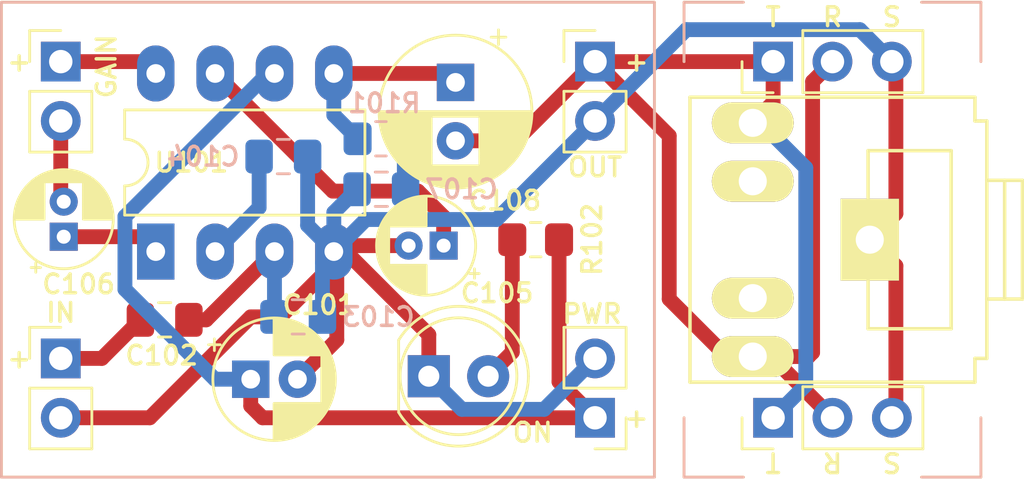
<source format=kicad_pcb>
(kicad_pcb (version 20171130) (host pcbnew 5.1.10)

  (general
    (thickness 1.6)
    (drawings 34)
    (tracks 89)
    (zones 0)
    (modules 19)
    (nets 14)
  )

  (page A4)
  (layers
    (0 F.Cu signal)
    (31 B.Cu signal)
    (32 B.Adhes user)
    (33 F.Adhes user)
    (34 B.Paste user)
    (35 F.Paste user)
    (36 B.SilkS user)
    (37 F.SilkS user)
    (38 B.Mask user)
    (39 F.Mask user)
    (40 Dwgs.User user)
    (41 Cmts.User user)
    (42 Eco1.User user)
    (43 Eco2.User user)
    (44 Edge.Cuts user)
    (45 Margin user)
    (46 B.CrtYd user)
    (47 F.CrtYd user)
    (48 B.Fab user)
    (49 F.Fab user)
  )

  (setup
    (last_trace_width 0.635)
    (user_trace_width 0.635)
    (user_trace_width 1.27)
    (trace_clearance 0.2)
    (zone_clearance 0.508)
    (zone_45_only no)
    (trace_min 0.2)
    (via_size 0.8)
    (via_drill 0.4)
    (via_min_size 0.4)
    (via_min_drill 0.3)
    (uvia_size 0.3)
    (uvia_drill 0.1)
    (uvias_allowed no)
    (uvia_min_size 0.2)
    (uvia_min_drill 0.1)
    (edge_width 0.05)
    (segment_width 0.2)
    (pcb_text_width 0.3)
    (pcb_text_size 1.5 1.5)
    (mod_edge_width 0.12)
    (mod_text_size 1 1)
    (mod_text_width 0.15)
    (pad_size 1.524 1.524)
    (pad_drill 0.762)
    (pad_to_mask_clearance 0)
    (aux_axis_origin 0 0)
    (visible_elements FFFFFF7F)
    (pcbplotparams
      (layerselection 0x010fc_ffffffff)
      (usegerberextensions false)
      (usegerberattributes true)
      (usegerberadvancedattributes true)
      (creategerberjobfile true)
      (excludeedgelayer true)
      (linewidth 0.100000)
      (plotframeref false)
      (viasonmask false)
      (mode 1)
      (useauxorigin false)
      (hpglpennumber 1)
      (hpglpenspeed 20)
      (hpglpendiameter 15.000000)
      (psnegative false)
      (psa4output false)
      (plotreference true)
      (plotvalue true)
      (plotinvisibletext false)
      (padsonsilk false)
      (subtractmaskfromsilk false)
      (outputformat 1)
      (mirror false)
      (drillshape 1)
      (scaleselection 1)
      (outputdirectory ""))
  )

  (net 0 "")
  (net 1 /100_GND)
  (net 2 /100_+9V)
  (net 3 /100_AF_IN)
  (net 4 "Net-(C102-Pad1)")
  (net 5 "Net-(C104-Pad1)")
  (net 6 "Net-(C105-Pad1)")
  (net 7 "Net-(C106-Pad2)")
  (net 8 /100_GAIN-)
  (net 9 "Net-(C107-Pad1)")
  (net 10 /100_AF_OUT)
  (net 11 "Net-(C108-Pad1)")
  (net 12 /100_GAIN+)
  (net 13 "Net-(D101-Pad2)")

  (net_class Default "This is the default net class."
    (clearance 0.2)
    (trace_width 0.25)
    (via_dia 0.8)
    (via_drill 0.4)
    (uvia_dia 0.3)
    (uvia_drill 0.1)
    (add_net /100_+9V)
    (add_net /100_AF_IN)
    (add_net /100_AF_OUT)
    (add_net /100_GAIN+)
    (add_net /100_GAIN-)
    (add_net /100_GND)
    (add_net "Net-(C102-Pad1)")
    (add_net "Net-(C104-Pad1)")
    (add_net "Net-(C105-Pad1)")
    (add_net "Net-(C106-Pad2)")
    (add_net "Net-(C107-Pad1)")
    (add_net "Net-(C108-Pad1)")
    (add_net "Net-(D101-Pad2)")
  )

  (module Connector_PinHeader_2.54mm:PinHeader_1x03_P2.54mm_Vertical (layer F.Cu) (tedit 59FED5CC) (tstamp 60B4D146)
    (at 102.87 106.68 90)
    (descr "Through hole straight pin header, 1x03, 2.54mm pitch, single row")
    (tags "Through hole pin header THT 1x03 2.54mm single row")
    (path /60B5A3F2)
    (fp_text reference J108 (at 0 -2.33 90) (layer F.Fab)
      (effects (font (size 1 1) (thickness 0.15)))
    )
    (fp_text value OUT (at 0 7.41 90) (layer F.Fab)
      (effects (font (size 1 1) (thickness 0.15)))
    )
    (fp_text user %R (at 0 2.54) (layer F.Fab)
      (effects (font (size 1 1) (thickness 0.15)))
    )
    (fp_line (start -0.635 -1.27) (end 1.27 -1.27) (layer F.Fab) (width 0.1))
    (fp_line (start 1.27 -1.27) (end 1.27 6.35) (layer F.Fab) (width 0.1))
    (fp_line (start 1.27 6.35) (end -1.27 6.35) (layer F.Fab) (width 0.1))
    (fp_line (start -1.27 6.35) (end -1.27 -0.635) (layer F.Fab) (width 0.1))
    (fp_line (start -1.27 -0.635) (end -0.635 -1.27) (layer F.Fab) (width 0.1))
    (fp_line (start -1.33 6.41) (end 1.33 6.41) (layer F.SilkS) (width 0.12))
    (fp_line (start -1.33 1.27) (end -1.33 6.41) (layer F.SilkS) (width 0.12))
    (fp_line (start 1.33 1.27) (end 1.33 6.41) (layer F.SilkS) (width 0.12))
    (fp_line (start -1.33 1.27) (end 1.33 1.27) (layer F.SilkS) (width 0.12))
    (fp_line (start -1.33 0) (end -1.33 -1.33) (layer F.SilkS) (width 0.12))
    (fp_line (start -1.33 -1.33) (end 0 -1.33) (layer F.SilkS) (width 0.12))
    (fp_line (start -1.8 -1.8) (end -1.8 6.85) (layer F.CrtYd) (width 0.05))
    (fp_line (start -1.8 6.85) (end 1.8 6.85) (layer F.CrtYd) (width 0.05))
    (fp_line (start 1.8 6.85) (end 1.8 -1.8) (layer F.CrtYd) (width 0.05))
    (fp_line (start 1.8 -1.8) (end -1.8 -1.8) (layer F.CrtYd) (width 0.05))
    (pad 3 thru_hole oval (at 0 5.08 90) (size 1.7 1.7) (drill 1) (layers *.Cu *.Mask)
      (net 1 /100_GND))
    (pad 2 thru_hole oval (at 0 2.54 90) (size 1.7 1.7) (drill 1) (layers *.Cu *.Mask)
      (net 10 /100_AF_OUT))
    (pad 1 thru_hole rect (at 0 0 90) (size 1.7 1.7) (drill 1) (layers *.Cu *.Mask)
      (net 10 /100_AF_OUT))
    (model ${KISYS3DMOD}/Connector_PinHeader_2.54mm.3dshapes/PinHeader_1x03_P2.54mm_Vertical.wrl
      (at (xyz 0 0 0))
      (scale (xyz 1 1 1))
      (rotate (xyz 0 0 0))
    )
  )

  (module Connector_PinHeader_2.54mm:PinHeader_1x03_P2.54mm_Vertical (layer F.Cu) (tedit 59FED5CC) (tstamp 60B4B706)
    (at 102.87 121.92 90)
    (descr "Through hole straight pin header, 1x03, 2.54mm pitch, single row")
    (tags "Through hole pin header THT 1x03 2.54mm single row")
    (path /60B524D4)
    (fp_text reference J107 (at 0 -2.33 90) (layer F.Fab)
      (effects (font (size 1 1) (thickness 0.15)))
    )
    (fp_text value OUT (at 0 7.41 90) (layer F.Fab)
      (effects (font (size 1 1) (thickness 0.15)))
    )
    (fp_text user %R (at 0 2.54) (layer F.Fab)
      (effects (font (size 1 1) (thickness 0.15)))
    )
    (fp_line (start -0.635 -1.27) (end 1.27 -1.27) (layer F.Fab) (width 0.1))
    (fp_line (start 1.27 -1.27) (end 1.27 6.35) (layer F.Fab) (width 0.1))
    (fp_line (start 1.27 6.35) (end -1.27 6.35) (layer F.Fab) (width 0.1))
    (fp_line (start -1.27 6.35) (end -1.27 -0.635) (layer F.Fab) (width 0.1))
    (fp_line (start -1.27 -0.635) (end -0.635 -1.27) (layer F.Fab) (width 0.1))
    (fp_line (start -1.33 6.41) (end 1.33 6.41) (layer F.SilkS) (width 0.12))
    (fp_line (start -1.33 1.27) (end -1.33 6.41) (layer F.SilkS) (width 0.12))
    (fp_line (start 1.33 1.27) (end 1.33 6.41) (layer F.SilkS) (width 0.12))
    (fp_line (start -1.33 1.27) (end 1.33 1.27) (layer F.SilkS) (width 0.12))
    (fp_line (start -1.33 0) (end -1.33 -1.33) (layer F.SilkS) (width 0.12))
    (fp_line (start -1.33 -1.33) (end 0 -1.33) (layer F.SilkS) (width 0.12))
    (fp_line (start -1.8 -1.8) (end -1.8 6.85) (layer F.CrtYd) (width 0.05))
    (fp_line (start -1.8 6.85) (end 1.8 6.85) (layer F.CrtYd) (width 0.05))
    (fp_line (start 1.8 6.85) (end 1.8 -1.8) (layer F.CrtYd) (width 0.05))
    (fp_line (start 1.8 -1.8) (end -1.8 -1.8) (layer F.CrtYd) (width 0.05))
    (pad 3 thru_hole oval (at 0 5.08 90) (size 1.7 1.7) (drill 1) (layers *.Cu *.Mask)
      (net 1 /100_GND))
    (pad 2 thru_hole oval (at 0 2.54 90) (size 1.7 1.7) (drill 1) (layers *.Cu *.Mask)
      (net 10 /100_AF_OUT))
    (pad 1 thru_hole rect (at 0 0 90) (size 1.7 1.7) (drill 1) (layers *.Cu *.Mask)
      (net 10 /100_AF_OUT))
    (model ${KISYS3DMOD}/Connector_PinHeader_2.54mm.3dshapes/PinHeader_1x03_P2.54mm_Vertical.wrl
      (at (xyz 0 0 0))
      (scale (xyz 1 1 1))
      (rotate (xyz 0 0 0))
    )
  )

  (module bg1ren:Tayda_3.5mm_stereo_TRS_jack_A-853 (layer F.Cu) (tedit 60B42DAE) (tstamp 60B4A6B7)
    (at 105.41 114.3 270)
    (path /60B4E227)
    (fp_text reference J106 (at 0 5.08 90) (layer F.Fab)
      (effects (font (size 0.8 0.8) (thickness 0.15)))
    )
    (fp_text value OUT (at 0 0.508 90) (layer F.Fab)
      (effects (font (size 0.6 0.6) (thickness 0.1)))
    )
    (fp_line (start -1.778 -1.524) (end -3.81 -1.524) (layer F.SilkS) (width 0.15))
    (fp_line (start -3.81 -1.524) (end -3.81 -5.08) (layer F.SilkS) (width 0.15))
    (fp_line (start -3.81 -5.08) (end 3.81 -5.08) (layer F.SilkS) (width 0.15))
    (fp_line (start 3.81 -5.08) (end 3.81 -1.524) (layer F.SilkS) (width 0.15))
    (fp_line (start 3.81 -1.524) (end 1.778 -1.524) (layer F.SilkS) (width 0.15))
    (fp_line (start -5.08 -6.096) (end -6.096 -6.096) (layer F.SilkS) (width 0.15))
    (fp_line (start 6.096 -6.096) (end 5.08 -6.096) (layer F.SilkS) (width 0.15))
    (fp_line (start -2.54 -8.128) (end -2.54 -6.604) (layer F.SilkS) (width 0.15))
    (fp_line (start 2.54 -6.604) (end 2.54 -8.128) (layer F.SilkS) (width 0.15))
    (fp_line (start -2.54 -7.366) (end 2.54 -7.366) (layer F.SilkS) (width 0.15))
    (fp_line (start -5.08 -6.096) (end -5.08 -6.35) (layer F.SilkS) (width 0.15))
    (fp_line (start -5.08 -6.35) (end -5.08 -6.604) (layer F.SilkS) (width 0.15))
    (fp_line (start -5.08 -6.604) (end 5.08 -6.604) (layer F.SilkS) (width 0.15))
    (fp_line (start 5.08 -6.604) (end 5.08 -6.096) (layer F.SilkS) (width 0.15))
    (fp_line (start -2.54 -8.128) (end 2.54 -8.128) (layer F.SilkS) (width 0.15))
    (fp_line (start -6.096 6.096) (end -6.096 -6.096) (layer F.SilkS) (width 0.15))
    (fp_line (start 6.096 -6.096) (end 6.096 6.096) (layer F.SilkS) (width 0.15))
    (fp_line (start 6.096 6.096) (end -6.096 6.096) (layer F.SilkS) (width 0.15))
    (pad "" np_thru_hole circle (at 0 3.404 270) (size 1.2 1.2) (drill 1.2) (layers *.Cu *.Mask))
    (pad "" np_thru_hole circle (at -5 -4.096 270) (size 1.2 1.2) (drill 1.2) (layers *.Cu *.Mask))
    (pad "" np_thru_hole circle (at -5 -1.596 270) (size 1.2 1.2) (drill 1.2) (layers *.Cu *.Mask))
    (pad "" np_thru_hole circle (at 5 -4.096 270) (size 1.2 1.2) (drill 1.2) (layers *.Cu *.Mask))
    (pad "" np_thru_hole circle (at 5 -1.596 270) (size 1.2 1.2) (drill 1.2) (layers *.Cu *.Mask))
    (pad TN thru_hole oval (at -2.5 3.41 270) (size 1.75 3.5) (drill 1.2) (layers *.Cu *.Mask F.SilkS))
    (pad RN thru_hole oval (at 2.5 3.41 270) (size 1.75 3.5) (drill 1.2) (layers *.Cu *.Mask F.SilkS))
    (pad T thru_hole oval (at -5 3.41 270) (size 1.75 3.5) (drill 1.2) (layers *.Cu *.Mask F.SilkS)
      (net 10 /100_AF_OUT))
    (pad R thru_hole oval (at 5 3.41 270) (size 1.75 3.5) (drill 1.2) (layers *.Cu *.Mask F.SilkS)
      (net 10 /100_AF_OUT))
    (pad S thru_hole rect (at 0 -1.596 270) (size 3.5 2.5) (drill 1.2) (layers *.Cu *.Mask F.SilkS)
      (net 1 /100_GND))
  )

  (module Resistor_SMD:R_0805_2012Metric_Pad1.20x1.40mm_HandSolder (layer F.Cu) (tedit 5F68FEEE) (tstamp 60B43B77)
    (at 92.71 114.3)
    (descr "Resistor SMD 0805 (2012 Metric), square (rectangular) end terminal, IPC_7351 nominal with elongated pad for handsoldering. (Body size source: IPC-SM-782 page 72, https://www.pcb-3d.com/wordpress/wp-content/uploads/ipc-sm-782a_amendment_1_and_2.pdf), generated with kicad-footprint-generator")
    (tags "resistor handsolder")
    (path /60B4EDC7)
    (attr smd)
    (fp_text reference R102 (at 2.413 -0.0127 90) (layer F.SilkS)
      (effects (font (size 0.8 0.8) (thickness 0.15)))
    )
    (fp_text value 22K (at 0 1.65) (layer F.Fab)
      (effects (font (size 1 1) (thickness 0.15)))
    )
    (fp_line (start -1 0.625) (end -1 -0.625) (layer F.Fab) (width 0.1))
    (fp_line (start -1 -0.625) (end 1 -0.625) (layer F.Fab) (width 0.1))
    (fp_line (start 1 -0.625) (end 1 0.625) (layer F.Fab) (width 0.1))
    (fp_line (start 1 0.625) (end -1 0.625) (layer F.Fab) (width 0.1))
    (fp_line (start -0.227064 -0.735) (end 0.227064 -0.735) (layer F.SilkS) (width 0.12))
    (fp_line (start -0.227064 0.735) (end 0.227064 0.735) (layer F.SilkS) (width 0.12))
    (fp_line (start -1.85 0.95) (end -1.85 -0.95) (layer F.CrtYd) (width 0.05))
    (fp_line (start -1.85 -0.95) (end 1.85 -0.95) (layer F.CrtYd) (width 0.05))
    (fp_line (start 1.85 -0.95) (end 1.85 0.95) (layer F.CrtYd) (width 0.05))
    (fp_line (start 1.85 0.95) (end -1.85 0.95) (layer F.CrtYd) (width 0.05))
    (fp_text user %R (at 0 0) (layer F.Fab)
      (effects (font (size 0.5 0.5) (thickness 0.08)))
    )
    (pad 2 smd roundrect (at 1 0) (size 1.2 1.4) (layers F.Cu F.Paste F.Mask) (roundrect_rratio 0.208333)
      (net 2 /100_+9V))
    (pad 1 smd roundrect (at -1 0) (size 1.2 1.4) (layers F.Cu F.Paste F.Mask) (roundrect_rratio 0.208333)
      (net 13 "Net-(D101-Pad2)"))
    (model ${KISYS3DMOD}/Resistor_SMD.3dshapes/R_0805_2012Metric.wrl
      (at (xyz 0 0 0))
      (scale (xyz 1 1 1))
      (rotate (xyz 0 0 0))
    )
  )

  (module Resistor_SMD:R_0805_2012Metric_Pad1.20x1.40mm_HandSolder (layer B.Cu) (tedit 5F68FEEE) (tstamp 60B3C7DB)
    (at 86.09 109.982)
    (descr "Resistor SMD 0805 (2012 Metric), square (rectangular) end terminal, IPC_7351 nominal with elongated pad for handsoldering. (Body size source: IPC-SM-782 page 72, https://www.pcb-3d.com/wordpress/wp-content/uploads/ipc-sm-782a_amendment_1_and_2.pdf), generated with kicad-footprint-generator")
    (tags "resistor handsolder")
    (path /60B40F10)
    (attr smd)
    (fp_text reference R101 (at 0.143 -1.524 180) (layer B.SilkS)
      (effects (font (size 0.8 0.8) (thickness 0.15)) (justify mirror))
    )
    (fp_text value 10 (at 0 -1.65 180) (layer B.Fab)
      (effects (font (size 1 1) (thickness 0.15)) (justify mirror))
    )
    (fp_line (start -1 -0.625) (end -1 0.625) (layer B.Fab) (width 0.1))
    (fp_line (start -1 0.625) (end 1 0.625) (layer B.Fab) (width 0.1))
    (fp_line (start 1 0.625) (end 1 -0.625) (layer B.Fab) (width 0.1))
    (fp_line (start 1 -0.625) (end -1 -0.625) (layer B.Fab) (width 0.1))
    (fp_line (start -0.227064 0.735) (end 0.227064 0.735) (layer B.SilkS) (width 0.12))
    (fp_line (start -0.227064 -0.735) (end 0.227064 -0.735) (layer B.SilkS) (width 0.12))
    (fp_line (start -1.85 -0.95) (end -1.85 0.95) (layer B.CrtYd) (width 0.05))
    (fp_line (start -1.85 0.95) (end 1.85 0.95) (layer B.CrtYd) (width 0.05))
    (fp_line (start 1.85 0.95) (end 1.85 -0.95) (layer B.CrtYd) (width 0.05))
    (fp_line (start 1.85 -0.95) (end -1.85 -0.95) (layer B.CrtYd) (width 0.05))
    (fp_text user %R (at 0 0 180) (layer B.Fab)
      (effects (font (size 0.5 0.5) (thickness 0.08)) (justify mirror))
    )
    (pad 2 smd roundrect (at 1 0) (size 1.2 1.4) (layers B.Cu B.Paste B.Mask) (roundrect_rratio 0.208333)
      (net 9 "Net-(C107-Pad1)"))
    (pad 1 smd roundrect (at -1 0) (size 1.2 1.4) (layers B.Cu B.Paste B.Mask) (roundrect_rratio 0.208333)
      (net 11 "Net-(C108-Pad1)"))
    (model ${KISYS3DMOD}/Resistor_SMD.3dshapes/R_0805_2012Metric.wrl
      (at (xyz 0 0 0))
      (scale (xyz 1 1 1))
      (rotate (xyz 0 0 0))
    )
  )

  (module Capacitor_SMD:C_0805_2012Metric_Pad1.18x1.45mm_HandSolder (layer B.Cu) (tedit 5F68FEEF) (tstamp 60B41A24)
    (at 86.106 112.141 180)
    (descr "Capacitor SMD 0805 (2012 Metric), square (rectangular) end terminal, IPC_7351 nominal with elongated pad for handsoldering. (Body size source: IPC-SM-782 page 76, https://www.pcb-3d.com/wordpress/wp-content/uploads/ipc-sm-782a_amendment_1_and_2.pdf, https://docs.google.com/spreadsheets/d/1BsfQQcO9C6DZCsRaXUlFlo91Tg2WpOkGARC1WS5S8t0/edit?usp=sharing), generated with kicad-footprint-generator")
    (tags "capacitor handsolder")
    (path /60B3F67A)
    (attr smd)
    (fp_text reference C107 (at -3.429 0) (layer B.SilkS)
      (effects (font (size 0.8 0.8) (thickness 0.15)) (justify mirror))
    )
    (fp_text value 0.1u (at 0 -1.68 180) (layer B.Fab)
      (effects (font (size 1 1) (thickness 0.15)) (justify mirror))
    )
    (fp_line (start -1 -0.625) (end -1 0.625) (layer B.Fab) (width 0.1))
    (fp_line (start -1 0.625) (end 1 0.625) (layer B.Fab) (width 0.1))
    (fp_line (start 1 0.625) (end 1 -0.625) (layer B.Fab) (width 0.1))
    (fp_line (start 1 -0.625) (end -1 -0.625) (layer B.Fab) (width 0.1))
    (fp_line (start -0.261252 0.735) (end 0.261252 0.735) (layer B.SilkS) (width 0.12))
    (fp_line (start -0.261252 -0.735) (end 0.261252 -0.735) (layer B.SilkS) (width 0.12))
    (fp_line (start -1.88 -0.98) (end -1.88 0.98) (layer B.CrtYd) (width 0.05))
    (fp_line (start -1.88 0.98) (end 1.88 0.98) (layer B.CrtYd) (width 0.05))
    (fp_line (start 1.88 0.98) (end 1.88 -0.98) (layer B.CrtYd) (width 0.05))
    (fp_line (start 1.88 -0.98) (end -1.88 -0.98) (layer B.CrtYd) (width 0.05))
    (fp_text user %R (at 0 0 180) (layer B.Fab)
      (effects (font (size 0.5 0.5) (thickness 0.08)) (justify mirror))
    )
    (pad 2 smd roundrect (at 1.0375 0 180) (size 1.175 1.45) (layers B.Cu B.Paste B.Mask) (roundrect_rratio 0.212766)
      (net 1 /100_GND))
    (pad 1 smd roundrect (at -1.0375 0 180) (size 1.175 1.45) (layers B.Cu B.Paste B.Mask) (roundrect_rratio 0.212766)
      (net 9 "Net-(C107-Pad1)"))
    (model ${KISYS3DMOD}/Capacitor_SMD.3dshapes/C_0805_2012Metric.wrl
      (at (xyz 0 0 0))
      (scale (xyz 1 1 1))
      (rotate (xyz 0 0 0))
    )
  )

  (module Capacitor_SMD:C_0805_2012Metric_Pad1.18x1.45mm_HandSolder (layer B.Cu) (tedit 5F68FEEF) (tstamp 60B3C58B)
    (at 81.915 110.744)
    (descr "Capacitor SMD 0805 (2012 Metric), square (rectangular) end terminal, IPC_7351 nominal with elongated pad for handsoldering. (Body size source: IPC-SM-782 page 76, https://www.pcb-3d.com/wordpress/wp-content/uploads/ipc-sm-782a_amendment_1_and_2.pdf, https://docs.google.com/spreadsheets/d/1BsfQQcO9C6DZCsRaXUlFlo91Tg2WpOkGARC1WS5S8t0/edit?usp=sharing), generated with kicad-footprint-generator")
    (tags "capacitor handsolder")
    (path /60B35E68)
    (attr smd)
    (fp_text reference C104 (at -3.429 0) (layer B.SilkS)
      (effects (font (size 0.8 0.8) (thickness 0.15)) (justify mirror))
    )
    (fp_text value 0.27u (at 0 -1.68) (layer B.Fab)
      (effects (font (size 1 1) (thickness 0.15)) (justify mirror))
    )
    (fp_line (start -1 -0.625) (end -1 0.625) (layer B.Fab) (width 0.1))
    (fp_line (start -1 0.625) (end 1 0.625) (layer B.Fab) (width 0.1))
    (fp_line (start 1 0.625) (end 1 -0.625) (layer B.Fab) (width 0.1))
    (fp_line (start 1 -0.625) (end -1 -0.625) (layer B.Fab) (width 0.1))
    (fp_line (start -0.261252 0.735) (end 0.261252 0.735) (layer B.SilkS) (width 0.12))
    (fp_line (start -0.261252 -0.735) (end 0.261252 -0.735) (layer B.SilkS) (width 0.12))
    (fp_line (start -1.88 -0.98) (end -1.88 0.98) (layer B.CrtYd) (width 0.05))
    (fp_line (start -1.88 0.98) (end 1.88 0.98) (layer B.CrtYd) (width 0.05))
    (fp_line (start 1.88 0.98) (end 1.88 -0.98) (layer B.CrtYd) (width 0.05))
    (fp_line (start 1.88 -0.98) (end -1.88 -0.98) (layer B.CrtYd) (width 0.05))
    (fp_text user %R (at 0 0) (layer B.Fab)
      (effects (font (size 0.5 0.5) (thickness 0.08)) (justify mirror))
    )
    (pad 2 smd roundrect (at 1.0375 0) (size 1.175 1.45) (layers B.Cu B.Paste B.Mask) (roundrect_rratio 0.212766)
      (net 1 /100_GND))
    (pad 1 smd roundrect (at -1.0375 0) (size 1.175 1.45) (layers B.Cu B.Paste B.Mask) (roundrect_rratio 0.212766)
      (net 5 "Net-(C104-Pad1)"))
    (model ${KISYS3DMOD}/Capacitor_SMD.3dshapes/C_0805_2012Metric.wrl
      (at (xyz 0 0 0))
      (scale (xyz 1 1 1))
      (rotate (xyz 0 0 0))
    )
  )

  (module Capacitor_SMD:C_0805_2012Metric_Pad1.18x1.45mm_HandSolder (layer B.Cu) (tedit 5F68FEEF) (tstamp 60B3C576)
    (at 82.55 117.602 180)
    (descr "Capacitor SMD 0805 (2012 Metric), square (rectangular) end terminal, IPC_7351 nominal with elongated pad for handsoldering. (Body size source: IPC-SM-782 page 76, https://www.pcb-3d.com/wordpress/wp-content/uploads/ipc-sm-782a_amendment_1_and_2.pdf, https://docs.google.com/spreadsheets/d/1BsfQQcO9C6DZCsRaXUlFlo91Tg2WpOkGARC1WS5S8t0/edit?usp=sharing), generated with kicad-footprint-generator")
    (tags "capacitor handsolder")
    (path /60B38BDF)
    (attr smd)
    (fp_text reference C103 (at -3.429 0) (layer B.SilkS)
      (effects (font (size 0.8 0.8) (thickness 0.15)) (justify mirror))
    )
    (fp_text value 47p (at 0 -1.68) (layer B.Fab)
      (effects (font (size 1 1) (thickness 0.15)) (justify mirror))
    )
    (fp_line (start -1 -0.625) (end -1 0.625) (layer B.Fab) (width 0.1))
    (fp_line (start -1 0.625) (end 1 0.625) (layer B.Fab) (width 0.1))
    (fp_line (start 1 0.625) (end 1 -0.625) (layer B.Fab) (width 0.1))
    (fp_line (start 1 -0.625) (end -1 -0.625) (layer B.Fab) (width 0.1))
    (fp_line (start -0.261252 0.735) (end 0.261252 0.735) (layer B.SilkS) (width 0.12))
    (fp_line (start -0.261252 -0.735) (end 0.261252 -0.735) (layer B.SilkS) (width 0.12))
    (fp_line (start -1.88 -0.98) (end -1.88 0.98) (layer B.CrtYd) (width 0.05))
    (fp_line (start -1.88 0.98) (end 1.88 0.98) (layer B.CrtYd) (width 0.05))
    (fp_line (start 1.88 0.98) (end 1.88 -0.98) (layer B.CrtYd) (width 0.05))
    (fp_line (start 1.88 -0.98) (end -1.88 -0.98) (layer B.CrtYd) (width 0.05))
    (fp_text user %R (at 0 0) (layer B.Fab)
      (effects (font (size 0.5 0.5) (thickness 0.08)) (justify mirror))
    )
    (pad 2 smd roundrect (at 1.0375 0 180) (size 1.175 1.45) (layers B.Cu B.Paste B.Mask) (roundrect_rratio 0.212766)
      (net 4 "Net-(C102-Pad1)"))
    (pad 1 smd roundrect (at -1.0375 0 180) (size 1.175 1.45) (layers B.Cu B.Paste B.Mask) (roundrect_rratio 0.212766)
      (net 1 /100_GND))
    (model ${KISYS3DMOD}/Capacitor_SMD.3dshapes/C_0805_2012Metric.wrl
      (at (xyz 0 0 0))
      (scale (xyz 1 1 1))
      (rotate (xyz 0 0 0))
    )
  )

  (module Capacitor_SMD:C_0805_2012Metric_Pad1.18x1.45mm_HandSolder (layer F.Cu) (tedit 5F68FEEF) (tstamp 60B3C561)
    (at 76.835 117.729 180)
    (descr "Capacitor SMD 0805 (2012 Metric), square (rectangular) end terminal, IPC_7351 nominal with elongated pad for handsoldering. (Body size source: IPC-SM-782 page 76, https://www.pcb-3d.com/wordpress/wp-content/uploads/ipc-sm-782a_amendment_1_and_2.pdf, https://docs.google.com/spreadsheets/d/1BsfQQcO9C6DZCsRaXUlFlo91Tg2WpOkGARC1WS5S8t0/edit?usp=sharing), generated with kicad-footprint-generator")
    (tags "capacitor handsolder")
    (path /60B372D6)
    (attr smd)
    (fp_text reference C102 (at 0.127 -1.524) (layer F.SilkS)
      (effects (font (size 0.8 0.8) (thickness 0.15)))
    )
    (fp_text value 0.27u (at 0 1.68) (layer F.Fab)
      (effects (font (size 1 1) (thickness 0.15)))
    )
    (fp_line (start -1 0.625) (end -1 -0.625) (layer F.Fab) (width 0.1))
    (fp_line (start -1 -0.625) (end 1 -0.625) (layer F.Fab) (width 0.1))
    (fp_line (start 1 -0.625) (end 1 0.625) (layer F.Fab) (width 0.1))
    (fp_line (start 1 0.625) (end -1 0.625) (layer F.Fab) (width 0.1))
    (fp_line (start -0.261252 -0.735) (end 0.261252 -0.735) (layer F.SilkS) (width 0.12))
    (fp_line (start -0.261252 0.735) (end 0.261252 0.735) (layer F.SilkS) (width 0.12))
    (fp_line (start -1.88 0.98) (end -1.88 -0.98) (layer F.CrtYd) (width 0.05))
    (fp_line (start -1.88 -0.98) (end 1.88 -0.98) (layer F.CrtYd) (width 0.05))
    (fp_line (start 1.88 -0.98) (end 1.88 0.98) (layer F.CrtYd) (width 0.05))
    (fp_line (start 1.88 0.98) (end -1.88 0.98) (layer F.CrtYd) (width 0.05))
    (fp_text user %R (at 0 0) (layer F.Fab)
      (effects (font (size 0.5 0.5) (thickness 0.08)))
    )
    (pad 2 smd roundrect (at 1.0375 0 180) (size 1.175 1.45) (layers F.Cu F.Paste F.Mask) (roundrect_rratio 0.212766)
      (net 3 /100_AF_IN))
    (pad 1 smd roundrect (at -1.0375 0 180) (size 1.175 1.45) (layers F.Cu F.Paste F.Mask) (roundrect_rratio 0.212766)
      (net 4 "Net-(C102-Pad1)"))
    (model ${KISYS3DMOD}/Capacitor_SMD.3dshapes/C_0805_2012Metric.wrl
      (at (xyz 0 0 0))
      (scale (xyz 1 1 1))
      (rotate (xyz 0 0 0))
    )
  )

  (module LED_THT:LED_D5.0mm (layer F.Cu) (tedit 5995936A) (tstamp 60B43AA4)
    (at 88.138 120.142)
    (descr "LED, diameter 5.0mm, 2 pins, http://cdn-reichelt.de/documents/datenblatt/A500/LL-504BC2E-009.pdf")
    (tags "LED diameter 5.0mm 2 pins")
    (path /60B4C814)
    (fp_text reference D101 (at 5.334 2.413) (layer F.SilkS) hide
      (effects (font (size 0.8 0.8) (thickness 0.15)))
    )
    (fp_text value ON (at 4.445 2.413 180) (layer F.SilkS)
      (effects (font (size 0.8 0.8) (thickness 0.15)))
    )
    (fp_circle (center 1.27 0) (end 3.77 0) (layer F.Fab) (width 0.1))
    (fp_circle (center 1.27 0) (end 3.77 0) (layer F.SilkS) (width 0.12))
    (fp_line (start -1.23 -1.469694) (end -1.23 1.469694) (layer F.Fab) (width 0.1))
    (fp_line (start -1.29 -1.545) (end -1.29 1.545) (layer F.SilkS) (width 0.12))
    (fp_line (start -1.95 -3.25) (end -1.95 3.25) (layer F.CrtYd) (width 0.05))
    (fp_line (start -1.95 3.25) (end 4.5 3.25) (layer F.CrtYd) (width 0.05))
    (fp_line (start 4.5 3.25) (end 4.5 -3.25) (layer F.CrtYd) (width 0.05))
    (fp_line (start 4.5 -3.25) (end -1.95 -3.25) (layer F.CrtYd) (width 0.05))
    (fp_text user %R (at 1.25 0) (layer F.Fab)
      (effects (font (size 0.8 0.8) (thickness 0.2)))
    )
    (fp_arc (start 1.27 0) (end -1.29 1.54483) (angle -148.9) (layer F.SilkS) (width 0.12))
    (fp_arc (start 1.27 0) (end -1.29 -1.54483) (angle 148.9) (layer F.SilkS) (width 0.12))
    (fp_arc (start 1.27 0) (end -1.23 -1.469694) (angle 299.1) (layer F.Fab) (width 0.1))
    (pad 2 thru_hole circle (at 2.54 0) (size 1.8 1.8) (drill 0.9) (layers *.Cu *.Mask)
      (net 13 "Net-(D101-Pad2)"))
    (pad 1 thru_hole rect (at 0 0) (size 1.8 1.8) (drill 0.9) (layers *.Cu *.Mask)
      (net 1 /100_GND))
    (model ${KISYS3DMOD}/LED_THT.3dshapes/LED_D5.0mm.wrl
      (at (xyz 0 0 0))
      (scale (xyz 1 1 1))
      (rotate (xyz 0 0 0))
    )
  )

  (module Capacitor_THT:CP_Radial_D6.3mm_P2.50mm (layer F.Cu) (tedit 5AE50EF0) (tstamp 60B3C774)
    (at 89.281 107.569 270)
    (descr "CP, Radial series, Radial, pin pitch=2.50mm, , diameter=6.3mm, Electrolytic Capacitor")
    (tags "CP Radial series Radial pin pitch 2.50mm  diameter 6.3mm Electrolytic Capacitor")
    (path /60B3E7D1)
    (fp_text reference C108 (at 5.0546 -2.1082 180) (layer F.SilkS)
      (effects (font (size 0.8 0.8) (thickness 0.15)))
    )
    (fp_text value 470u (at 1.25 4.4 90) (layer F.Fab)
      (effects (font (size 1 1) (thickness 0.15)))
    )
    (fp_line (start -1.935241 -2.154) (end -1.935241 -1.524) (layer F.SilkS) (width 0.12))
    (fp_line (start -2.250241 -1.839) (end -1.620241 -1.839) (layer F.SilkS) (width 0.12))
    (fp_line (start 4.491 -0.402) (end 4.491 0.402) (layer F.SilkS) (width 0.12))
    (fp_line (start 4.451 -0.633) (end 4.451 0.633) (layer F.SilkS) (width 0.12))
    (fp_line (start 4.411 -0.802) (end 4.411 0.802) (layer F.SilkS) (width 0.12))
    (fp_line (start 4.371 -0.94) (end 4.371 0.94) (layer F.SilkS) (width 0.12))
    (fp_line (start 4.331 -1.059) (end 4.331 1.059) (layer F.SilkS) (width 0.12))
    (fp_line (start 4.291 -1.165) (end 4.291 1.165) (layer F.SilkS) (width 0.12))
    (fp_line (start 4.251 -1.262) (end 4.251 1.262) (layer F.SilkS) (width 0.12))
    (fp_line (start 4.211 -1.35) (end 4.211 1.35) (layer F.SilkS) (width 0.12))
    (fp_line (start 4.171 -1.432) (end 4.171 1.432) (layer F.SilkS) (width 0.12))
    (fp_line (start 4.131 -1.509) (end 4.131 1.509) (layer F.SilkS) (width 0.12))
    (fp_line (start 4.091 -1.581) (end 4.091 1.581) (layer F.SilkS) (width 0.12))
    (fp_line (start 4.051 -1.65) (end 4.051 1.65) (layer F.SilkS) (width 0.12))
    (fp_line (start 4.011 -1.714) (end 4.011 1.714) (layer F.SilkS) (width 0.12))
    (fp_line (start 3.971 -1.776) (end 3.971 1.776) (layer F.SilkS) (width 0.12))
    (fp_line (start 3.931 -1.834) (end 3.931 1.834) (layer F.SilkS) (width 0.12))
    (fp_line (start 3.891 -1.89) (end 3.891 1.89) (layer F.SilkS) (width 0.12))
    (fp_line (start 3.851 -1.944) (end 3.851 1.944) (layer F.SilkS) (width 0.12))
    (fp_line (start 3.811 -1.995) (end 3.811 1.995) (layer F.SilkS) (width 0.12))
    (fp_line (start 3.771 -2.044) (end 3.771 2.044) (layer F.SilkS) (width 0.12))
    (fp_line (start 3.731 -2.092) (end 3.731 2.092) (layer F.SilkS) (width 0.12))
    (fp_line (start 3.691 -2.137) (end 3.691 2.137) (layer F.SilkS) (width 0.12))
    (fp_line (start 3.651 -2.182) (end 3.651 2.182) (layer F.SilkS) (width 0.12))
    (fp_line (start 3.611 -2.224) (end 3.611 2.224) (layer F.SilkS) (width 0.12))
    (fp_line (start 3.571 -2.265) (end 3.571 2.265) (layer F.SilkS) (width 0.12))
    (fp_line (start 3.531 1.04) (end 3.531 2.305) (layer F.SilkS) (width 0.12))
    (fp_line (start 3.531 -2.305) (end 3.531 -1.04) (layer F.SilkS) (width 0.12))
    (fp_line (start 3.491 1.04) (end 3.491 2.343) (layer F.SilkS) (width 0.12))
    (fp_line (start 3.491 -2.343) (end 3.491 -1.04) (layer F.SilkS) (width 0.12))
    (fp_line (start 3.451 1.04) (end 3.451 2.38) (layer F.SilkS) (width 0.12))
    (fp_line (start 3.451 -2.38) (end 3.451 -1.04) (layer F.SilkS) (width 0.12))
    (fp_line (start 3.411 1.04) (end 3.411 2.416) (layer F.SilkS) (width 0.12))
    (fp_line (start 3.411 -2.416) (end 3.411 -1.04) (layer F.SilkS) (width 0.12))
    (fp_line (start 3.371 1.04) (end 3.371 2.45) (layer F.SilkS) (width 0.12))
    (fp_line (start 3.371 -2.45) (end 3.371 -1.04) (layer F.SilkS) (width 0.12))
    (fp_line (start 3.331 1.04) (end 3.331 2.484) (layer F.SilkS) (width 0.12))
    (fp_line (start 3.331 -2.484) (end 3.331 -1.04) (layer F.SilkS) (width 0.12))
    (fp_line (start 3.291 1.04) (end 3.291 2.516) (layer F.SilkS) (width 0.12))
    (fp_line (start 3.291 -2.516) (end 3.291 -1.04) (layer F.SilkS) (width 0.12))
    (fp_line (start 3.251 1.04) (end 3.251 2.548) (layer F.SilkS) (width 0.12))
    (fp_line (start 3.251 -2.548) (end 3.251 -1.04) (layer F.SilkS) (width 0.12))
    (fp_line (start 3.211 1.04) (end 3.211 2.578) (layer F.SilkS) (width 0.12))
    (fp_line (start 3.211 -2.578) (end 3.211 -1.04) (layer F.SilkS) (width 0.12))
    (fp_line (start 3.171 1.04) (end 3.171 2.607) (layer F.SilkS) (width 0.12))
    (fp_line (start 3.171 -2.607) (end 3.171 -1.04) (layer F.SilkS) (width 0.12))
    (fp_line (start 3.131 1.04) (end 3.131 2.636) (layer F.SilkS) (width 0.12))
    (fp_line (start 3.131 -2.636) (end 3.131 -1.04) (layer F.SilkS) (width 0.12))
    (fp_line (start 3.091 1.04) (end 3.091 2.664) (layer F.SilkS) (width 0.12))
    (fp_line (start 3.091 -2.664) (end 3.091 -1.04) (layer F.SilkS) (width 0.12))
    (fp_line (start 3.051 1.04) (end 3.051 2.69) (layer F.SilkS) (width 0.12))
    (fp_line (start 3.051 -2.69) (end 3.051 -1.04) (layer F.SilkS) (width 0.12))
    (fp_line (start 3.011 1.04) (end 3.011 2.716) (layer F.SilkS) (width 0.12))
    (fp_line (start 3.011 -2.716) (end 3.011 -1.04) (layer F.SilkS) (width 0.12))
    (fp_line (start 2.971 1.04) (end 2.971 2.742) (layer F.SilkS) (width 0.12))
    (fp_line (start 2.971 -2.742) (end 2.971 -1.04) (layer F.SilkS) (width 0.12))
    (fp_line (start 2.931 1.04) (end 2.931 2.766) (layer F.SilkS) (width 0.12))
    (fp_line (start 2.931 -2.766) (end 2.931 -1.04) (layer F.SilkS) (width 0.12))
    (fp_line (start 2.891 1.04) (end 2.891 2.79) (layer F.SilkS) (width 0.12))
    (fp_line (start 2.891 -2.79) (end 2.891 -1.04) (layer F.SilkS) (width 0.12))
    (fp_line (start 2.851 1.04) (end 2.851 2.812) (layer F.SilkS) (width 0.12))
    (fp_line (start 2.851 -2.812) (end 2.851 -1.04) (layer F.SilkS) (width 0.12))
    (fp_line (start 2.811 1.04) (end 2.811 2.834) (layer F.SilkS) (width 0.12))
    (fp_line (start 2.811 -2.834) (end 2.811 -1.04) (layer F.SilkS) (width 0.12))
    (fp_line (start 2.771 1.04) (end 2.771 2.856) (layer F.SilkS) (width 0.12))
    (fp_line (start 2.771 -2.856) (end 2.771 -1.04) (layer F.SilkS) (width 0.12))
    (fp_line (start 2.731 1.04) (end 2.731 2.876) (layer F.SilkS) (width 0.12))
    (fp_line (start 2.731 -2.876) (end 2.731 -1.04) (layer F.SilkS) (width 0.12))
    (fp_line (start 2.691 1.04) (end 2.691 2.896) (layer F.SilkS) (width 0.12))
    (fp_line (start 2.691 -2.896) (end 2.691 -1.04) (layer F.SilkS) (width 0.12))
    (fp_line (start 2.651 1.04) (end 2.651 2.916) (layer F.SilkS) (width 0.12))
    (fp_line (start 2.651 -2.916) (end 2.651 -1.04) (layer F.SilkS) (width 0.12))
    (fp_line (start 2.611 1.04) (end 2.611 2.934) (layer F.SilkS) (width 0.12))
    (fp_line (start 2.611 -2.934) (end 2.611 -1.04) (layer F.SilkS) (width 0.12))
    (fp_line (start 2.571 1.04) (end 2.571 2.952) (layer F.SilkS) (width 0.12))
    (fp_line (start 2.571 -2.952) (end 2.571 -1.04) (layer F.SilkS) (width 0.12))
    (fp_line (start 2.531 1.04) (end 2.531 2.97) (layer F.SilkS) (width 0.12))
    (fp_line (start 2.531 -2.97) (end 2.531 -1.04) (layer F.SilkS) (width 0.12))
    (fp_line (start 2.491 1.04) (end 2.491 2.986) (layer F.SilkS) (width 0.12))
    (fp_line (start 2.491 -2.986) (end 2.491 -1.04) (layer F.SilkS) (width 0.12))
    (fp_line (start 2.451 1.04) (end 2.451 3.002) (layer F.SilkS) (width 0.12))
    (fp_line (start 2.451 -3.002) (end 2.451 -1.04) (layer F.SilkS) (width 0.12))
    (fp_line (start 2.411 1.04) (end 2.411 3.018) (layer F.SilkS) (width 0.12))
    (fp_line (start 2.411 -3.018) (end 2.411 -1.04) (layer F.SilkS) (width 0.12))
    (fp_line (start 2.371 1.04) (end 2.371 3.033) (layer F.SilkS) (width 0.12))
    (fp_line (start 2.371 -3.033) (end 2.371 -1.04) (layer F.SilkS) (width 0.12))
    (fp_line (start 2.331 1.04) (end 2.331 3.047) (layer F.SilkS) (width 0.12))
    (fp_line (start 2.331 -3.047) (end 2.331 -1.04) (layer F.SilkS) (width 0.12))
    (fp_line (start 2.291 1.04) (end 2.291 3.061) (layer F.SilkS) (width 0.12))
    (fp_line (start 2.291 -3.061) (end 2.291 -1.04) (layer F.SilkS) (width 0.12))
    (fp_line (start 2.251 1.04) (end 2.251 3.074) (layer F.SilkS) (width 0.12))
    (fp_line (start 2.251 -3.074) (end 2.251 -1.04) (layer F.SilkS) (width 0.12))
    (fp_line (start 2.211 1.04) (end 2.211 3.086) (layer F.SilkS) (width 0.12))
    (fp_line (start 2.211 -3.086) (end 2.211 -1.04) (layer F.SilkS) (width 0.12))
    (fp_line (start 2.171 1.04) (end 2.171 3.098) (layer F.SilkS) (width 0.12))
    (fp_line (start 2.171 -3.098) (end 2.171 -1.04) (layer F.SilkS) (width 0.12))
    (fp_line (start 2.131 1.04) (end 2.131 3.11) (layer F.SilkS) (width 0.12))
    (fp_line (start 2.131 -3.11) (end 2.131 -1.04) (layer F.SilkS) (width 0.12))
    (fp_line (start 2.091 1.04) (end 2.091 3.121) (layer F.SilkS) (width 0.12))
    (fp_line (start 2.091 -3.121) (end 2.091 -1.04) (layer F.SilkS) (width 0.12))
    (fp_line (start 2.051 1.04) (end 2.051 3.131) (layer F.SilkS) (width 0.12))
    (fp_line (start 2.051 -3.131) (end 2.051 -1.04) (layer F.SilkS) (width 0.12))
    (fp_line (start 2.011 1.04) (end 2.011 3.141) (layer F.SilkS) (width 0.12))
    (fp_line (start 2.011 -3.141) (end 2.011 -1.04) (layer F.SilkS) (width 0.12))
    (fp_line (start 1.971 1.04) (end 1.971 3.15) (layer F.SilkS) (width 0.12))
    (fp_line (start 1.971 -3.15) (end 1.971 -1.04) (layer F.SilkS) (width 0.12))
    (fp_line (start 1.93 1.04) (end 1.93 3.159) (layer F.SilkS) (width 0.12))
    (fp_line (start 1.93 -3.159) (end 1.93 -1.04) (layer F.SilkS) (width 0.12))
    (fp_line (start 1.89 1.04) (end 1.89 3.167) (layer F.SilkS) (width 0.12))
    (fp_line (start 1.89 -3.167) (end 1.89 -1.04) (layer F.SilkS) (width 0.12))
    (fp_line (start 1.85 1.04) (end 1.85 3.175) (layer F.SilkS) (width 0.12))
    (fp_line (start 1.85 -3.175) (end 1.85 -1.04) (layer F.SilkS) (width 0.12))
    (fp_line (start 1.81 1.04) (end 1.81 3.182) (layer F.SilkS) (width 0.12))
    (fp_line (start 1.81 -3.182) (end 1.81 -1.04) (layer F.SilkS) (width 0.12))
    (fp_line (start 1.77 1.04) (end 1.77 3.189) (layer F.SilkS) (width 0.12))
    (fp_line (start 1.77 -3.189) (end 1.77 -1.04) (layer F.SilkS) (width 0.12))
    (fp_line (start 1.73 1.04) (end 1.73 3.195) (layer F.SilkS) (width 0.12))
    (fp_line (start 1.73 -3.195) (end 1.73 -1.04) (layer F.SilkS) (width 0.12))
    (fp_line (start 1.69 1.04) (end 1.69 3.201) (layer F.SilkS) (width 0.12))
    (fp_line (start 1.69 -3.201) (end 1.69 -1.04) (layer F.SilkS) (width 0.12))
    (fp_line (start 1.65 1.04) (end 1.65 3.206) (layer F.SilkS) (width 0.12))
    (fp_line (start 1.65 -3.206) (end 1.65 -1.04) (layer F.SilkS) (width 0.12))
    (fp_line (start 1.61 1.04) (end 1.61 3.211) (layer F.SilkS) (width 0.12))
    (fp_line (start 1.61 -3.211) (end 1.61 -1.04) (layer F.SilkS) (width 0.12))
    (fp_line (start 1.57 1.04) (end 1.57 3.215) (layer F.SilkS) (width 0.12))
    (fp_line (start 1.57 -3.215) (end 1.57 -1.04) (layer F.SilkS) (width 0.12))
    (fp_line (start 1.53 1.04) (end 1.53 3.218) (layer F.SilkS) (width 0.12))
    (fp_line (start 1.53 -3.218) (end 1.53 -1.04) (layer F.SilkS) (width 0.12))
    (fp_line (start 1.49 1.04) (end 1.49 3.222) (layer F.SilkS) (width 0.12))
    (fp_line (start 1.49 -3.222) (end 1.49 -1.04) (layer F.SilkS) (width 0.12))
    (fp_line (start 1.45 -3.224) (end 1.45 3.224) (layer F.SilkS) (width 0.12))
    (fp_line (start 1.41 -3.227) (end 1.41 3.227) (layer F.SilkS) (width 0.12))
    (fp_line (start 1.37 -3.228) (end 1.37 3.228) (layer F.SilkS) (width 0.12))
    (fp_line (start 1.33 -3.23) (end 1.33 3.23) (layer F.SilkS) (width 0.12))
    (fp_line (start 1.29 -3.23) (end 1.29 3.23) (layer F.SilkS) (width 0.12))
    (fp_line (start 1.25 -3.23) (end 1.25 3.23) (layer F.SilkS) (width 0.12))
    (fp_line (start -1.128972 -1.6885) (end -1.128972 -1.0585) (layer F.Fab) (width 0.1))
    (fp_line (start -1.443972 -1.3735) (end -0.813972 -1.3735) (layer F.Fab) (width 0.1))
    (fp_circle (center 1.25 0) (end 4.65 0) (layer F.CrtYd) (width 0.05))
    (fp_circle (center 1.25 0) (end 4.52 0) (layer F.SilkS) (width 0.12))
    (fp_circle (center 1.25 0) (end 4.4 0) (layer F.Fab) (width 0.1))
    (fp_text user %R (at 1.25 0 90) (layer F.Fab)
      (effects (font (size 1 1) (thickness 0.15)))
    )
    (pad 2 thru_hole circle (at 2.5 0 270) (size 1.6 1.6) (drill 0.8) (layers *.Cu *.Mask)
      (net 10 /100_AF_OUT))
    (pad 1 thru_hole rect (at 0 0 270) (size 1.6 1.6) (drill 0.8) (layers *.Cu *.Mask)
      (net 11 "Net-(C108-Pad1)"))
    (model ${KISYS3DMOD}/Capacitor_THT.3dshapes/CP_Radial_D6.3mm_P2.50mm.wrl
      (at (xyz 0 0 0))
      (scale (xyz 1 1 1))
      (rotate (xyz 0 0 0))
    )
  )

  (module Capacitor_THT:CP_Radial_D4.0mm_P1.50mm (layer F.Cu) (tedit 5AE50EF0) (tstamp 60B416B1)
    (at 72.517 114.173 90)
    (descr "CP, Radial series, Radial, pin pitch=1.50mm, , diameter=4mm, Electrolytic Capacitor")
    (tags "CP Radial series Radial pin pitch 1.50mm  diameter 4mm Electrolytic Capacitor")
    (path /60B47AB5)
    (fp_text reference C106 (at -2.032 0.635 180) (layer F.SilkS)
      (effects (font (size 0.8 0.8) (thickness 0.15)))
    )
    (fp_text value 10u (at 0.75 3.25 90) (layer F.Fab)
      (effects (font (size 1 1) (thickness 0.15)))
    )
    (fp_line (start -1.319801 -1.395) (end -1.319801 -0.995) (layer F.SilkS) (width 0.12))
    (fp_line (start -1.519801 -1.195) (end -1.119801 -1.195) (layer F.SilkS) (width 0.12))
    (fp_line (start 2.831 -0.37) (end 2.831 0.37) (layer F.SilkS) (width 0.12))
    (fp_line (start 2.791 -0.537) (end 2.791 0.537) (layer F.SilkS) (width 0.12))
    (fp_line (start 2.751 -0.664) (end 2.751 0.664) (layer F.SilkS) (width 0.12))
    (fp_line (start 2.711 -0.768) (end 2.711 0.768) (layer F.SilkS) (width 0.12))
    (fp_line (start 2.671 -0.859) (end 2.671 0.859) (layer F.SilkS) (width 0.12))
    (fp_line (start 2.631 -0.94) (end 2.631 0.94) (layer F.SilkS) (width 0.12))
    (fp_line (start 2.591 -1.013) (end 2.591 1.013) (layer F.SilkS) (width 0.12))
    (fp_line (start 2.551 -1.08) (end 2.551 1.08) (layer F.SilkS) (width 0.12))
    (fp_line (start 2.511 -1.142) (end 2.511 1.142) (layer F.SilkS) (width 0.12))
    (fp_line (start 2.471 -1.2) (end 2.471 1.2) (layer F.SilkS) (width 0.12))
    (fp_line (start 2.431 -1.254) (end 2.431 1.254) (layer F.SilkS) (width 0.12))
    (fp_line (start 2.391 -1.304) (end 2.391 1.304) (layer F.SilkS) (width 0.12))
    (fp_line (start 2.351 -1.351) (end 2.351 1.351) (layer F.SilkS) (width 0.12))
    (fp_line (start 2.311 0.84) (end 2.311 1.396) (layer F.SilkS) (width 0.12))
    (fp_line (start 2.311 -1.396) (end 2.311 -0.84) (layer F.SilkS) (width 0.12))
    (fp_line (start 2.271 0.84) (end 2.271 1.438) (layer F.SilkS) (width 0.12))
    (fp_line (start 2.271 -1.438) (end 2.271 -0.84) (layer F.SilkS) (width 0.12))
    (fp_line (start 2.231 0.84) (end 2.231 1.478) (layer F.SilkS) (width 0.12))
    (fp_line (start 2.231 -1.478) (end 2.231 -0.84) (layer F.SilkS) (width 0.12))
    (fp_line (start 2.191 0.84) (end 2.191 1.516) (layer F.SilkS) (width 0.12))
    (fp_line (start 2.191 -1.516) (end 2.191 -0.84) (layer F.SilkS) (width 0.12))
    (fp_line (start 2.151 0.84) (end 2.151 1.552) (layer F.SilkS) (width 0.12))
    (fp_line (start 2.151 -1.552) (end 2.151 -0.84) (layer F.SilkS) (width 0.12))
    (fp_line (start 2.111 0.84) (end 2.111 1.587) (layer F.SilkS) (width 0.12))
    (fp_line (start 2.111 -1.587) (end 2.111 -0.84) (layer F.SilkS) (width 0.12))
    (fp_line (start 2.071 0.84) (end 2.071 1.619) (layer F.SilkS) (width 0.12))
    (fp_line (start 2.071 -1.619) (end 2.071 -0.84) (layer F.SilkS) (width 0.12))
    (fp_line (start 2.031 0.84) (end 2.031 1.65) (layer F.SilkS) (width 0.12))
    (fp_line (start 2.031 -1.65) (end 2.031 -0.84) (layer F.SilkS) (width 0.12))
    (fp_line (start 1.991 0.84) (end 1.991 1.68) (layer F.SilkS) (width 0.12))
    (fp_line (start 1.991 -1.68) (end 1.991 -0.84) (layer F.SilkS) (width 0.12))
    (fp_line (start 1.951 0.84) (end 1.951 1.708) (layer F.SilkS) (width 0.12))
    (fp_line (start 1.951 -1.708) (end 1.951 -0.84) (layer F.SilkS) (width 0.12))
    (fp_line (start 1.911 0.84) (end 1.911 1.735) (layer F.SilkS) (width 0.12))
    (fp_line (start 1.911 -1.735) (end 1.911 -0.84) (layer F.SilkS) (width 0.12))
    (fp_line (start 1.871 0.84) (end 1.871 1.76) (layer F.SilkS) (width 0.12))
    (fp_line (start 1.871 -1.76) (end 1.871 -0.84) (layer F.SilkS) (width 0.12))
    (fp_line (start 1.831 0.84) (end 1.831 1.785) (layer F.SilkS) (width 0.12))
    (fp_line (start 1.831 -1.785) (end 1.831 -0.84) (layer F.SilkS) (width 0.12))
    (fp_line (start 1.791 0.84) (end 1.791 1.808) (layer F.SilkS) (width 0.12))
    (fp_line (start 1.791 -1.808) (end 1.791 -0.84) (layer F.SilkS) (width 0.12))
    (fp_line (start 1.751 0.84) (end 1.751 1.83) (layer F.SilkS) (width 0.12))
    (fp_line (start 1.751 -1.83) (end 1.751 -0.84) (layer F.SilkS) (width 0.12))
    (fp_line (start 1.711 0.84) (end 1.711 1.851) (layer F.SilkS) (width 0.12))
    (fp_line (start 1.711 -1.851) (end 1.711 -0.84) (layer F.SilkS) (width 0.12))
    (fp_line (start 1.671 0.84) (end 1.671 1.87) (layer F.SilkS) (width 0.12))
    (fp_line (start 1.671 -1.87) (end 1.671 -0.84) (layer F.SilkS) (width 0.12))
    (fp_line (start 1.631 0.84) (end 1.631 1.889) (layer F.SilkS) (width 0.12))
    (fp_line (start 1.631 -1.889) (end 1.631 -0.84) (layer F.SilkS) (width 0.12))
    (fp_line (start 1.591 0.84) (end 1.591 1.907) (layer F.SilkS) (width 0.12))
    (fp_line (start 1.591 -1.907) (end 1.591 -0.84) (layer F.SilkS) (width 0.12))
    (fp_line (start 1.551 0.84) (end 1.551 1.924) (layer F.SilkS) (width 0.12))
    (fp_line (start 1.551 -1.924) (end 1.551 -0.84) (layer F.SilkS) (width 0.12))
    (fp_line (start 1.511 0.84) (end 1.511 1.94) (layer F.SilkS) (width 0.12))
    (fp_line (start 1.511 -1.94) (end 1.511 -0.84) (layer F.SilkS) (width 0.12))
    (fp_line (start 1.471 0.84) (end 1.471 1.954) (layer F.SilkS) (width 0.12))
    (fp_line (start 1.471 -1.954) (end 1.471 -0.84) (layer F.SilkS) (width 0.12))
    (fp_line (start 1.43 0.84) (end 1.43 1.968) (layer F.SilkS) (width 0.12))
    (fp_line (start 1.43 -1.968) (end 1.43 -0.84) (layer F.SilkS) (width 0.12))
    (fp_line (start 1.39 0.84) (end 1.39 1.982) (layer F.SilkS) (width 0.12))
    (fp_line (start 1.39 -1.982) (end 1.39 -0.84) (layer F.SilkS) (width 0.12))
    (fp_line (start 1.35 0.84) (end 1.35 1.994) (layer F.SilkS) (width 0.12))
    (fp_line (start 1.35 -1.994) (end 1.35 -0.84) (layer F.SilkS) (width 0.12))
    (fp_line (start 1.31 0.84) (end 1.31 2.005) (layer F.SilkS) (width 0.12))
    (fp_line (start 1.31 -2.005) (end 1.31 -0.84) (layer F.SilkS) (width 0.12))
    (fp_line (start 1.27 0.84) (end 1.27 2.016) (layer F.SilkS) (width 0.12))
    (fp_line (start 1.27 -2.016) (end 1.27 -0.84) (layer F.SilkS) (width 0.12))
    (fp_line (start 1.23 0.84) (end 1.23 2.025) (layer F.SilkS) (width 0.12))
    (fp_line (start 1.23 -2.025) (end 1.23 -0.84) (layer F.SilkS) (width 0.12))
    (fp_line (start 1.19 0.84) (end 1.19 2.034) (layer F.SilkS) (width 0.12))
    (fp_line (start 1.19 -2.034) (end 1.19 -0.84) (layer F.SilkS) (width 0.12))
    (fp_line (start 1.15 0.84) (end 1.15 2.042) (layer F.SilkS) (width 0.12))
    (fp_line (start 1.15 -2.042) (end 1.15 -0.84) (layer F.SilkS) (width 0.12))
    (fp_line (start 1.11 0.84) (end 1.11 2.05) (layer F.SilkS) (width 0.12))
    (fp_line (start 1.11 -2.05) (end 1.11 -0.84) (layer F.SilkS) (width 0.12))
    (fp_line (start 1.07 0.84) (end 1.07 2.056) (layer F.SilkS) (width 0.12))
    (fp_line (start 1.07 -2.056) (end 1.07 -0.84) (layer F.SilkS) (width 0.12))
    (fp_line (start 1.03 0.84) (end 1.03 2.062) (layer F.SilkS) (width 0.12))
    (fp_line (start 1.03 -2.062) (end 1.03 -0.84) (layer F.SilkS) (width 0.12))
    (fp_line (start 0.99 0.84) (end 0.99 2.067) (layer F.SilkS) (width 0.12))
    (fp_line (start 0.99 -2.067) (end 0.99 -0.84) (layer F.SilkS) (width 0.12))
    (fp_line (start 0.95 0.84) (end 0.95 2.071) (layer F.SilkS) (width 0.12))
    (fp_line (start 0.95 -2.071) (end 0.95 -0.84) (layer F.SilkS) (width 0.12))
    (fp_line (start 0.91 0.84) (end 0.91 2.074) (layer F.SilkS) (width 0.12))
    (fp_line (start 0.91 -2.074) (end 0.91 -0.84) (layer F.SilkS) (width 0.12))
    (fp_line (start 0.87 0.84) (end 0.87 2.077) (layer F.SilkS) (width 0.12))
    (fp_line (start 0.87 -2.077) (end 0.87 -0.84) (layer F.SilkS) (width 0.12))
    (fp_line (start 0.83 -2.079) (end 0.83 -0.84) (layer F.SilkS) (width 0.12))
    (fp_line (start 0.83 0.84) (end 0.83 2.079) (layer F.SilkS) (width 0.12))
    (fp_line (start 0.79 -2.08) (end 0.79 -0.84) (layer F.SilkS) (width 0.12))
    (fp_line (start 0.79 0.84) (end 0.79 2.08) (layer F.SilkS) (width 0.12))
    (fp_line (start 0.75 -2.08) (end 0.75 -0.84) (layer F.SilkS) (width 0.12))
    (fp_line (start 0.75 0.84) (end 0.75 2.08) (layer F.SilkS) (width 0.12))
    (fp_line (start -0.752554 -1.0675) (end -0.752554 -0.6675) (layer F.Fab) (width 0.1))
    (fp_line (start -0.952554 -0.8675) (end -0.552554 -0.8675) (layer F.Fab) (width 0.1))
    (fp_circle (center 0.75 0) (end 3 0) (layer F.CrtYd) (width 0.05))
    (fp_circle (center 0.75 0) (end 2.87 0) (layer F.SilkS) (width 0.12))
    (fp_circle (center 0.75 0) (end 2.75 0) (layer F.Fab) (width 0.1))
    (fp_text user %R (at 0.75 0 90) (layer F.Fab)
      (effects (font (size 0.8 0.8) (thickness 0.12)))
    )
    (pad 2 thru_hole circle (at 1.5 0 90) (size 1.2 1.2) (drill 0.6) (layers *.Cu *.Mask)
      (net 7 "Net-(C106-Pad2)"))
    (pad 1 thru_hole rect (at 0 0 90) (size 1.2 1.2) (drill 0.6) (layers *.Cu *.Mask)
      (net 12 /100_GAIN+))
    (model ${KISYS3DMOD}/Capacitor_THT.3dshapes/CP_Radial_D4.0mm_P1.50mm.wrl
      (at (xyz 0 0 0))
      (scale (xyz 1 1 1))
      (rotate (xyz 0 0 0))
    )
  )

  (module Capacitor_THT:CP_Radial_D4.0mm_P1.50mm (layer F.Cu) (tedit 5AE50EF0) (tstamp 60B3C60F)
    (at 88.773 114.554 180)
    (descr "CP, Radial series, Radial, pin pitch=1.50mm, , diameter=4mm, Electrolytic Capacitor")
    (tags "CP Radial series Radial pin pitch 1.50mm  diameter 4mm Electrolytic Capacitor")
    (path /60B3B5B5)
    (fp_text reference C105 (at -2.286 -2.032) (layer F.SilkS)
      (effects (font (size 0.8 0.8) (thickness 0.15)))
    )
    (fp_text value 10u (at 0.75 3.25) (layer F.Fab)
      (effects (font (size 1 1) (thickness 0.15)))
    )
    (fp_line (start -1.319801 -1.395) (end -1.319801 -0.995) (layer F.SilkS) (width 0.12))
    (fp_line (start -1.519801 -1.195) (end -1.119801 -1.195) (layer F.SilkS) (width 0.12))
    (fp_line (start 2.831 -0.37) (end 2.831 0.37) (layer F.SilkS) (width 0.12))
    (fp_line (start 2.791 -0.537) (end 2.791 0.537) (layer F.SilkS) (width 0.12))
    (fp_line (start 2.751 -0.664) (end 2.751 0.664) (layer F.SilkS) (width 0.12))
    (fp_line (start 2.711 -0.768) (end 2.711 0.768) (layer F.SilkS) (width 0.12))
    (fp_line (start 2.671 -0.859) (end 2.671 0.859) (layer F.SilkS) (width 0.12))
    (fp_line (start 2.631 -0.94) (end 2.631 0.94) (layer F.SilkS) (width 0.12))
    (fp_line (start 2.591 -1.013) (end 2.591 1.013) (layer F.SilkS) (width 0.12))
    (fp_line (start 2.551 -1.08) (end 2.551 1.08) (layer F.SilkS) (width 0.12))
    (fp_line (start 2.511 -1.142) (end 2.511 1.142) (layer F.SilkS) (width 0.12))
    (fp_line (start 2.471 -1.2) (end 2.471 1.2) (layer F.SilkS) (width 0.12))
    (fp_line (start 2.431 -1.254) (end 2.431 1.254) (layer F.SilkS) (width 0.12))
    (fp_line (start 2.391 -1.304) (end 2.391 1.304) (layer F.SilkS) (width 0.12))
    (fp_line (start 2.351 -1.351) (end 2.351 1.351) (layer F.SilkS) (width 0.12))
    (fp_line (start 2.311 0.84) (end 2.311 1.396) (layer F.SilkS) (width 0.12))
    (fp_line (start 2.311 -1.396) (end 2.311 -0.84) (layer F.SilkS) (width 0.12))
    (fp_line (start 2.271 0.84) (end 2.271 1.438) (layer F.SilkS) (width 0.12))
    (fp_line (start 2.271 -1.438) (end 2.271 -0.84) (layer F.SilkS) (width 0.12))
    (fp_line (start 2.231 0.84) (end 2.231 1.478) (layer F.SilkS) (width 0.12))
    (fp_line (start 2.231 -1.478) (end 2.231 -0.84) (layer F.SilkS) (width 0.12))
    (fp_line (start 2.191 0.84) (end 2.191 1.516) (layer F.SilkS) (width 0.12))
    (fp_line (start 2.191 -1.516) (end 2.191 -0.84) (layer F.SilkS) (width 0.12))
    (fp_line (start 2.151 0.84) (end 2.151 1.552) (layer F.SilkS) (width 0.12))
    (fp_line (start 2.151 -1.552) (end 2.151 -0.84) (layer F.SilkS) (width 0.12))
    (fp_line (start 2.111 0.84) (end 2.111 1.587) (layer F.SilkS) (width 0.12))
    (fp_line (start 2.111 -1.587) (end 2.111 -0.84) (layer F.SilkS) (width 0.12))
    (fp_line (start 2.071 0.84) (end 2.071 1.619) (layer F.SilkS) (width 0.12))
    (fp_line (start 2.071 -1.619) (end 2.071 -0.84) (layer F.SilkS) (width 0.12))
    (fp_line (start 2.031 0.84) (end 2.031 1.65) (layer F.SilkS) (width 0.12))
    (fp_line (start 2.031 -1.65) (end 2.031 -0.84) (layer F.SilkS) (width 0.12))
    (fp_line (start 1.991 0.84) (end 1.991 1.68) (layer F.SilkS) (width 0.12))
    (fp_line (start 1.991 -1.68) (end 1.991 -0.84) (layer F.SilkS) (width 0.12))
    (fp_line (start 1.951 0.84) (end 1.951 1.708) (layer F.SilkS) (width 0.12))
    (fp_line (start 1.951 -1.708) (end 1.951 -0.84) (layer F.SilkS) (width 0.12))
    (fp_line (start 1.911 0.84) (end 1.911 1.735) (layer F.SilkS) (width 0.12))
    (fp_line (start 1.911 -1.735) (end 1.911 -0.84) (layer F.SilkS) (width 0.12))
    (fp_line (start 1.871 0.84) (end 1.871 1.76) (layer F.SilkS) (width 0.12))
    (fp_line (start 1.871 -1.76) (end 1.871 -0.84) (layer F.SilkS) (width 0.12))
    (fp_line (start 1.831 0.84) (end 1.831 1.785) (layer F.SilkS) (width 0.12))
    (fp_line (start 1.831 -1.785) (end 1.831 -0.84) (layer F.SilkS) (width 0.12))
    (fp_line (start 1.791 0.84) (end 1.791 1.808) (layer F.SilkS) (width 0.12))
    (fp_line (start 1.791 -1.808) (end 1.791 -0.84) (layer F.SilkS) (width 0.12))
    (fp_line (start 1.751 0.84) (end 1.751 1.83) (layer F.SilkS) (width 0.12))
    (fp_line (start 1.751 -1.83) (end 1.751 -0.84) (layer F.SilkS) (width 0.12))
    (fp_line (start 1.711 0.84) (end 1.711 1.851) (layer F.SilkS) (width 0.12))
    (fp_line (start 1.711 -1.851) (end 1.711 -0.84) (layer F.SilkS) (width 0.12))
    (fp_line (start 1.671 0.84) (end 1.671 1.87) (layer F.SilkS) (width 0.12))
    (fp_line (start 1.671 -1.87) (end 1.671 -0.84) (layer F.SilkS) (width 0.12))
    (fp_line (start 1.631 0.84) (end 1.631 1.889) (layer F.SilkS) (width 0.12))
    (fp_line (start 1.631 -1.889) (end 1.631 -0.84) (layer F.SilkS) (width 0.12))
    (fp_line (start 1.591 0.84) (end 1.591 1.907) (layer F.SilkS) (width 0.12))
    (fp_line (start 1.591 -1.907) (end 1.591 -0.84) (layer F.SilkS) (width 0.12))
    (fp_line (start 1.551 0.84) (end 1.551 1.924) (layer F.SilkS) (width 0.12))
    (fp_line (start 1.551 -1.924) (end 1.551 -0.84) (layer F.SilkS) (width 0.12))
    (fp_line (start 1.511 0.84) (end 1.511 1.94) (layer F.SilkS) (width 0.12))
    (fp_line (start 1.511 -1.94) (end 1.511 -0.84) (layer F.SilkS) (width 0.12))
    (fp_line (start 1.471 0.84) (end 1.471 1.954) (layer F.SilkS) (width 0.12))
    (fp_line (start 1.471 -1.954) (end 1.471 -0.84) (layer F.SilkS) (width 0.12))
    (fp_line (start 1.43 0.84) (end 1.43 1.968) (layer F.SilkS) (width 0.12))
    (fp_line (start 1.43 -1.968) (end 1.43 -0.84) (layer F.SilkS) (width 0.12))
    (fp_line (start 1.39 0.84) (end 1.39 1.982) (layer F.SilkS) (width 0.12))
    (fp_line (start 1.39 -1.982) (end 1.39 -0.84) (layer F.SilkS) (width 0.12))
    (fp_line (start 1.35 0.84) (end 1.35 1.994) (layer F.SilkS) (width 0.12))
    (fp_line (start 1.35 -1.994) (end 1.35 -0.84) (layer F.SilkS) (width 0.12))
    (fp_line (start 1.31 0.84) (end 1.31 2.005) (layer F.SilkS) (width 0.12))
    (fp_line (start 1.31 -2.005) (end 1.31 -0.84) (layer F.SilkS) (width 0.12))
    (fp_line (start 1.27 0.84) (end 1.27 2.016) (layer F.SilkS) (width 0.12))
    (fp_line (start 1.27 -2.016) (end 1.27 -0.84) (layer F.SilkS) (width 0.12))
    (fp_line (start 1.23 0.84) (end 1.23 2.025) (layer F.SilkS) (width 0.12))
    (fp_line (start 1.23 -2.025) (end 1.23 -0.84) (layer F.SilkS) (width 0.12))
    (fp_line (start 1.19 0.84) (end 1.19 2.034) (layer F.SilkS) (width 0.12))
    (fp_line (start 1.19 -2.034) (end 1.19 -0.84) (layer F.SilkS) (width 0.12))
    (fp_line (start 1.15 0.84) (end 1.15 2.042) (layer F.SilkS) (width 0.12))
    (fp_line (start 1.15 -2.042) (end 1.15 -0.84) (layer F.SilkS) (width 0.12))
    (fp_line (start 1.11 0.84) (end 1.11 2.05) (layer F.SilkS) (width 0.12))
    (fp_line (start 1.11 -2.05) (end 1.11 -0.84) (layer F.SilkS) (width 0.12))
    (fp_line (start 1.07 0.84) (end 1.07 2.056) (layer F.SilkS) (width 0.12))
    (fp_line (start 1.07 -2.056) (end 1.07 -0.84) (layer F.SilkS) (width 0.12))
    (fp_line (start 1.03 0.84) (end 1.03 2.062) (layer F.SilkS) (width 0.12))
    (fp_line (start 1.03 -2.062) (end 1.03 -0.84) (layer F.SilkS) (width 0.12))
    (fp_line (start 0.99 0.84) (end 0.99 2.067) (layer F.SilkS) (width 0.12))
    (fp_line (start 0.99 -2.067) (end 0.99 -0.84) (layer F.SilkS) (width 0.12))
    (fp_line (start 0.95 0.84) (end 0.95 2.071) (layer F.SilkS) (width 0.12))
    (fp_line (start 0.95 -2.071) (end 0.95 -0.84) (layer F.SilkS) (width 0.12))
    (fp_line (start 0.91 0.84) (end 0.91 2.074) (layer F.SilkS) (width 0.12))
    (fp_line (start 0.91 -2.074) (end 0.91 -0.84) (layer F.SilkS) (width 0.12))
    (fp_line (start 0.87 0.84) (end 0.87 2.077) (layer F.SilkS) (width 0.12))
    (fp_line (start 0.87 -2.077) (end 0.87 -0.84) (layer F.SilkS) (width 0.12))
    (fp_line (start 0.83 -2.079) (end 0.83 -0.84) (layer F.SilkS) (width 0.12))
    (fp_line (start 0.83 0.84) (end 0.83 2.079) (layer F.SilkS) (width 0.12))
    (fp_line (start 0.79 -2.08) (end 0.79 -0.84) (layer F.SilkS) (width 0.12))
    (fp_line (start 0.79 0.84) (end 0.79 2.08) (layer F.SilkS) (width 0.12))
    (fp_line (start 0.75 -2.08) (end 0.75 -0.84) (layer F.SilkS) (width 0.12))
    (fp_line (start 0.75 0.84) (end 0.75 2.08) (layer F.SilkS) (width 0.12))
    (fp_line (start -0.752554 -1.0675) (end -0.752554 -0.6675) (layer F.Fab) (width 0.1))
    (fp_line (start -0.952554 -0.8675) (end -0.552554 -0.8675) (layer F.Fab) (width 0.1))
    (fp_circle (center 0.75 0) (end 3 0) (layer F.CrtYd) (width 0.05))
    (fp_circle (center 0.75 0) (end 2.87 0) (layer F.SilkS) (width 0.12))
    (fp_circle (center 0.75 0) (end 2.75 0) (layer F.Fab) (width 0.1))
    (fp_text user %R (at 0.75 0) (layer F.Fab)
      (effects (font (size 0.8 0.8) (thickness 0.12)))
    )
    (pad 2 thru_hole circle (at 1.5 0 180) (size 1.2 1.2) (drill 0.6) (layers *.Cu *.Mask)
      (net 1 /100_GND))
    (pad 1 thru_hole rect (at 0 0 180) (size 1.2 1.2) (drill 0.6) (layers *.Cu *.Mask)
      (net 6 "Net-(C105-Pad1)"))
    (model ${KISYS3DMOD}/Capacitor_THT.3dshapes/CP_Radial_D4.0mm_P1.50mm.wrl
      (at (xyz 0 0 0))
      (scale (xyz 1 1 1))
      (rotate (xyz 0 0 0))
    )
  )

  (module Capacitor_THT:CP_Radial_D5.0mm_P2.00mm (layer F.Cu) (tedit 5AE50EF0) (tstamp 60B46FAC)
    (at 80.518 120.269)
    (descr "CP, Radial series, Radial, pin pitch=2.00mm, , diameter=5mm, Electrolytic Capacitor")
    (tags "CP Radial series Radial pin pitch 2.00mm  diameter 5mm Electrolytic Capacitor")
    (path /60B39D74)
    (fp_text reference C101 (at 2.921 -3.175) (layer F.SilkS)
      (effects (font (size 0.8 0.8) (thickness 0.15)))
    )
    (fp_text value 100u (at 1.016 1.778) (layer F.Fab)
      (effects (font (size 1 1) (thickness 0.15)))
    )
    (fp_line (start -1.554775 -1.725) (end -1.554775 -1.225) (layer F.SilkS) (width 0.12))
    (fp_line (start -1.804775 -1.475) (end -1.304775 -1.475) (layer F.SilkS) (width 0.12))
    (fp_line (start 3.601 -0.284) (end 3.601 0.284) (layer F.SilkS) (width 0.12))
    (fp_line (start 3.561 -0.518) (end 3.561 0.518) (layer F.SilkS) (width 0.12))
    (fp_line (start 3.521 -0.677) (end 3.521 0.677) (layer F.SilkS) (width 0.12))
    (fp_line (start 3.481 -0.805) (end 3.481 0.805) (layer F.SilkS) (width 0.12))
    (fp_line (start 3.441 -0.915) (end 3.441 0.915) (layer F.SilkS) (width 0.12))
    (fp_line (start 3.401 -1.011) (end 3.401 1.011) (layer F.SilkS) (width 0.12))
    (fp_line (start 3.361 -1.098) (end 3.361 1.098) (layer F.SilkS) (width 0.12))
    (fp_line (start 3.321 -1.178) (end 3.321 1.178) (layer F.SilkS) (width 0.12))
    (fp_line (start 3.281 -1.251) (end 3.281 1.251) (layer F.SilkS) (width 0.12))
    (fp_line (start 3.241 -1.319) (end 3.241 1.319) (layer F.SilkS) (width 0.12))
    (fp_line (start 3.201 -1.383) (end 3.201 1.383) (layer F.SilkS) (width 0.12))
    (fp_line (start 3.161 -1.443) (end 3.161 1.443) (layer F.SilkS) (width 0.12))
    (fp_line (start 3.121 -1.5) (end 3.121 1.5) (layer F.SilkS) (width 0.12))
    (fp_line (start 3.081 -1.554) (end 3.081 1.554) (layer F.SilkS) (width 0.12))
    (fp_line (start 3.041 -1.605) (end 3.041 1.605) (layer F.SilkS) (width 0.12))
    (fp_line (start 3.001 1.04) (end 3.001 1.653) (layer F.SilkS) (width 0.12))
    (fp_line (start 3.001 -1.653) (end 3.001 -1.04) (layer F.SilkS) (width 0.12))
    (fp_line (start 2.961 1.04) (end 2.961 1.699) (layer F.SilkS) (width 0.12))
    (fp_line (start 2.961 -1.699) (end 2.961 -1.04) (layer F.SilkS) (width 0.12))
    (fp_line (start 2.921 1.04) (end 2.921 1.743) (layer F.SilkS) (width 0.12))
    (fp_line (start 2.921 -1.743) (end 2.921 -1.04) (layer F.SilkS) (width 0.12))
    (fp_line (start 2.881 1.04) (end 2.881 1.785) (layer F.SilkS) (width 0.12))
    (fp_line (start 2.881 -1.785) (end 2.881 -1.04) (layer F.SilkS) (width 0.12))
    (fp_line (start 2.841 1.04) (end 2.841 1.826) (layer F.SilkS) (width 0.12))
    (fp_line (start 2.841 -1.826) (end 2.841 -1.04) (layer F.SilkS) (width 0.12))
    (fp_line (start 2.801 1.04) (end 2.801 1.864) (layer F.SilkS) (width 0.12))
    (fp_line (start 2.801 -1.864) (end 2.801 -1.04) (layer F.SilkS) (width 0.12))
    (fp_line (start 2.761 1.04) (end 2.761 1.901) (layer F.SilkS) (width 0.12))
    (fp_line (start 2.761 -1.901) (end 2.761 -1.04) (layer F.SilkS) (width 0.12))
    (fp_line (start 2.721 1.04) (end 2.721 1.937) (layer F.SilkS) (width 0.12))
    (fp_line (start 2.721 -1.937) (end 2.721 -1.04) (layer F.SilkS) (width 0.12))
    (fp_line (start 2.681 1.04) (end 2.681 1.971) (layer F.SilkS) (width 0.12))
    (fp_line (start 2.681 -1.971) (end 2.681 -1.04) (layer F.SilkS) (width 0.12))
    (fp_line (start 2.641 1.04) (end 2.641 2.004) (layer F.SilkS) (width 0.12))
    (fp_line (start 2.641 -2.004) (end 2.641 -1.04) (layer F.SilkS) (width 0.12))
    (fp_line (start 2.601 1.04) (end 2.601 2.035) (layer F.SilkS) (width 0.12))
    (fp_line (start 2.601 -2.035) (end 2.601 -1.04) (layer F.SilkS) (width 0.12))
    (fp_line (start 2.561 1.04) (end 2.561 2.065) (layer F.SilkS) (width 0.12))
    (fp_line (start 2.561 -2.065) (end 2.561 -1.04) (layer F.SilkS) (width 0.12))
    (fp_line (start 2.521 1.04) (end 2.521 2.095) (layer F.SilkS) (width 0.12))
    (fp_line (start 2.521 -2.095) (end 2.521 -1.04) (layer F.SilkS) (width 0.12))
    (fp_line (start 2.481 1.04) (end 2.481 2.122) (layer F.SilkS) (width 0.12))
    (fp_line (start 2.481 -2.122) (end 2.481 -1.04) (layer F.SilkS) (width 0.12))
    (fp_line (start 2.441 1.04) (end 2.441 2.149) (layer F.SilkS) (width 0.12))
    (fp_line (start 2.441 -2.149) (end 2.441 -1.04) (layer F.SilkS) (width 0.12))
    (fp_line (start 2.401 1.04) (end 2.401 2.175) (layer F.SilkS) (width 0.12))
    (fp_line (start 2.401 -2.175) (end 2.401 -1.04) (layer F.SilkS) (width 0.12))
    (fp_line (start 2.361 1.04) (end 2.361 2.2) (layer F.SilkS) (width 0.12))
    (fp_line (start 2.361 -2.2) (end 2.361 -1.04) (layer F.SilkS) (width 0.12))
    (fp_line (start 2.321 1.04) (end 2.321 2.224) (layer F.SilkS) (width 0.12))
    (fp_line (start 2.321 -2.224) (end 2.321 -1.04) (layer F.SilkS) (width 0.12))
    (fp_line (start 2.281 1.04) (end 2.281 2.247) (layer F.SilkS) (width 0.12))
    (fp_line (start 2.281 -2.247) (end 2.281 -1.04) (layer F.SilkS) (width 0.12))
    (fp_line (start 2.241 1.04) (end 2.241 2.268) (layer F.SilkS) (width 0.12))
    (fp_line (start 2.241 -2.268) (end 2.241 -1.04) (layer F.SilkS) (width 0.12))
    (fp_line (start 2.201 1.04) (end 2.201 2.29) (layer F.SilkS) (width 0.12))
    (fp_line (start 2.201 -2.29) (end 2.201 -1.04) (layer F.SilkS) (width 0.12))
    (fp_line (start 2.161 1.04) (end 2.161 2.31) (layer F.SilkS) (width 0.12))
    (fp_line (start 2.161 -2.31) (end 2.161 -1.04) (layer F.SilkS) (width 0.12))
    (fp_line (start 2.121 1.04) (end 2.121 2.329) (layer F.SilkS) (width 0.12))
    (fp_line (start 2.121 -2.329) (end 2.121 -1.04) (layer F.SilkS) (width 0.12))
    (fp_line (start 2.081 1.04) (end 2.081 2.348) (layer F.SilkS) (width 0.12))
    (fp_line (start 2.081 -2.348) (end 2.081 -1.04) (layer F.SilkS) (width 0.12))
    (fp_line (start 2.041 1.04) (end 2.041 2.365) (layer F.SilkS) (width 0.12))
    (fp_line (start 2.041 -2.365) (end 2.041 -1.04) (layer F.SilkS) (width 0.12))
    (fp_line (start 2.001 1.04) (end 2.001 2.382) (layer F.SilkS) (width 0.12))
    (fp_line (start 2.001 -2.382) (end 2.001 -1.04) (layer F.SilkS) (width 0.12))
    (fp_line (start 1.961 1.04) (end 1.961 2.398) (layer F.SilkS) (width 0.12))
    (fp_line (start 1.961 -2.398) (end 1.961 -1.04) (layer F.SilkS) (width 0.12))
    (fp_line (start 1.921 1.04) (end 1.921 2.414) (layer F.SilkS) (width 0.12))
    (fp_line (start 1.921 -2.414) (end 1.921 -1.04) (layer F.SilkS) (width 0.12))
    (fp_line (start 1.881 1.04) (end 1.881 2.428) (layer F.SilkS) (width 0.12))
    (fp_line (start 1.881 -2.428) (end 1.881 -1.04) (layer F.SilkS) (width 0.12))
    (fp_line (start 1.841 1.04) (end 1.841 2.442) (layer F.SilkS) (width 0.12))
    (fp_line (start 1.841 -2.442) (end 1.841 -1.04) (layer F.SilkS) (width 0.12))
    (fp_line (start 1.801 1.04) (end 1.801 2.455) (layer F.SilkS) (width 0.12))
    (fp_line (start 1.801 -2.455) (end 1.801 -1.04) (layer F.SilkS) (width 0.12))
    (fp_line (start 1.761 1.04) (end 1.761 2.468) (layer F.SilkS) (width 0.12))
    (fp_line (start 1.761 -2.468) (end 1.761 -1.04) (layer F.SilkS) (width 0.12))
    (fp_line (start 1.721 1.04) (end 1.721 2.48) (layer F.SilkS) (width 0.12))
    (fp_line (start 1.721 -2.48) (end 1.721 -1.04) (layer F.SilkS) (width 0.12))
    (fp_line (start 1.68 1.04) (end 1.68 2.491) (layer F.SilkS) (width 0.12))
    (fp_line (start 1.68 -2.491) (end 1.68 -1.04) (layer F.SilkS) (width 0.12))
    (fp_line (start 1.64 1.04) (end 1.64 2.501) (layer F.SilkS) (width 0.12))
    (fp_line (start 1.64 -2.501) (end 1.64 -1.04) (layer F.SilkS) (width 0.12))
    (fp_line (start 1.6 1.04) (end 1.6 2.511) (layer F.SilkS) (width 0.12))
    (fp_line (start 1.6 -2.511) (end 1.6 -1.04) (layer F.SilkS) (width 0.12))
    (fp_line (start 1.56 1.04) (end 1.56 2.52) (layer F.SilkS) (width 0.12))
    (fp_line (start 1.56 -2.52) (end 1.56 -1.04) (layer F.SilkS) (width 0.12))
    (fp_line (start 1.52 1.04) (end 1.52 2.528) (layer F.SilkS) (width 0.12))
    (fp_line (start 1.52 -2.528) (end 1.52 -1.04) (layer F.SilkS) (width 0.12))
    (fp_line (start 1.48 1.04) (end 1.48 2.536) (layer F.SilkS) (width 0.12))
    (fp_line (start 1.48 -2.536) (end 1.48 -1.04) (layer F.SilkS) (width 0.12))
    (fp_line (start 1.44 1.04) (end 1.44 2.543) (layer F.SilkS) (width 0.12))
    (fp_line (start 1.44 -2.543) (end 1.44 -1.04) (layer F.SilkS) (width 0.12))
    (fp_line (start 1.4 1.04) (end 1.4 2.55) (layer F.SilkS) (width 0.12))
    (fp_line (start 1.4 -2.55) (end 1.4 -1.04) (layer F.SilkS) (width 0.12))
    (fp_line (start 1.36 1.04) (end 1.36 2.556) (layer F.SilkS) (width 0.12))
    (fp_line (start 1.36 -2.556) (end 1.36 -1.04) (layer F.SilkS) (width 0.12))
    (fp_line (start 1.32 1.04) (end 1.32 2.561) (layer F.SilkS) (width 0.12))
    (fp_line (start 1.32 -2.561) (end 1.32 -1.04) (layer F.SilkS) (width 0.12))
    (fp_line (start 1.28 1.04) (end 1.28 2.565) (layer F.SilkS) (width 0.12))
    (fp_line (start 1.28 -2.565) (end 1.28 -1.04) (layer F.SilkS) (width 0.12))
    (fp_line (start 1.24 1.04) (end 1.24 2.569) (layer F.SilkS) (width 0.12))
    (fp_line (start 1.24 -2.569) (end 1.24 -1.04) (layer F.SilkS) (width 0.12))
    (fp_line (start 1.2 1.04) (end 1.2 2.573) (layer F.SilkS) (width 0.12))
    (fp_line (start 1.2 -2.573) (end 1.2 -1.04) (layer F.SilkS) (width 0.12))
    (fp_line (start 1.16 1.04) (end 1.16 2.576) (layer F.SilkS) (width 0.12))
    (fp_line (start 1.16 -2.576) (end 1.16 -1.04) (layer F.SilkS) (width 0.12))
    (fp_line (start 1.12 1.04) (end 1.12 2.578) (layer F.SilkS) (width 0.12))
    (fp_line (start 1.12 -2.578) (end 1.12 -1.04) (layer F.SilkS) (width 0.12))
    (fp_line (start 1.08 1.04) (end 1.08 2.579) (layer F.SilkS) (width 0.12))
    (fp_line (start 1.08 -2.579) (end 1.08 -1.04) (layer F.SilkS) (width 0.12))
    (fp_line (start 1.04 -2.58) (end 1.04 -1.04) (layer F.SilkS) (width 0.12))
    (fp_line (start 1.04 1.04) (end 1.04 2.58) (layer F.SilkS) (width 0.12))
    (fp_line (start 1 -2.58) (end 1 -1.04) (layer F.SilkS) (width 0.12))
    (fp_line (start 1 1.04) (end 1 2.58) (layer F.SilkS) (width 0.12))
    (fp_line (start -0.883605 -1.3375) (end -0.883605 -0.8375) (layer F.Fab) (width 0.1))
    (fp_line (start -1.133605 -1.0875) (end -0.633605 -1.0875) (layer F.Fab) (width 0.1))
    (fp_circle (center 1 0) (end 3.75 0) (layer F.CrtYd) (width 0.05))
    (fp_circle (center 1 0) (end 3.62 0) (layer F.SilkS) (width 0.12))
    (fp_circle (center 1 0) (end 3.5 0) (layer F.Fab) (width 0.1))
    (fp_text user %R (at 1 0) (layer F.Fab)
      (effects (font (size 1 1) (thickness 0.15)))
    )
    (pad 2 thru_hole circle (at 2 0) (size 1.6 1.6) (drill 0.8) (layers *.Cu *.Mask)
      (net 1 /100_GND))
    (pad 1 thru_hole rect (at 0 0) (size 1.6 1.6) (drill 0.8) (layers *.Cu *.Mask)
      (net 2 /100_+9V))
    (model ${KISYS3DMOD}/Capacitor_THT.3dshapes/CP_Radial_D5.0mm_P2.00mm.wrl
      (at (xyz 0 0 0))
      (scale (xyz 1 1 1))
      (rotate (xyz 0 0 0))
    )
  )

  (module Package_DIP:DIP-8_W7.62mm_LongPads (layer F.Cu) (tedit 5A02E8C5) (tstamp 60B3C7F7)
    (at 76.454 114.808 90)
    (descr "8-lead though-hole mounted DIP package, row spacing 7.62 mm (300 mils), LongPads")
    (tags "THT DIP DIL PDIP 2.54mm 7.62mm 300mil LongPads")
    (path /60B34AAA)
    (fp_text reference U101 (at 3.81 1.524 180) (layer F.SilkS)
      (effects (font (size 0.8 0.8) (thickness 0.15)))
    )
    (fp_text value LM386 (at 3.81 9.95 90) (layer F.Fab)
      (effects (font (size 1 1) (thickness 0.15)))
    )
    (fp_line (start 1.635 -1.27) (end 6.985 -1.27) (layer F.Fab) (width 0.1))
    (fp_line (start 6.985 -1.27) (end 6.985 8.89) (layer F.Fab) (width 0.1))
    (fp_line (start 6.985 8.89) (end 0.635 8.89) (layer F.Fab) (width 0.1))
    (fp_line (start 0.635 8.89) (end 0.635 -0.27) (layer F.Fab) (width 0.1))
    (fp_line (start 0.635 -0.27) (end 1.635 -1.27) (layer F.Fab) (width 0.1))
    (fp_line (start 2.81 -1.33) (end 1.56 -1.33) (layer F.SilkS) (width 0.12))
    (fp_line (start 1.56 -1.33) (end 1.56 8.95) (layer F.SilkS) (width 0.12))
    (fp_line (start 1.56 8.95) (end 6.06 8.95) (layer F.SilkS) (width 0.12))
    (fp_line (start 6.06 8.95) (end 6.06 -1.33) (layer F.SilkS) (width 0.12))
    (fp_line (start 6.06 -1.33) (end 4.81 -1.33) (layer F.SilkS) (width 0.12))
    (fp_line (start -1.45 -1.55) (end -1.45 9.15) (layer F.CrtYd) (width 0.05))
    (fp_line (start -1.45 9.15) (end 9.1 9.15) (layer F.CrtYd) (width 0.05))
    (fp_line (start 9.1 9.15) (end 9.1 -1.55) (layer F.CrtYd) (width 0.05))
    (fp_line (start 9.1 -1.55) (end -1.45 -1.55) (layer F.CrtYd) (width 0.05))
    (fp_text user %R (at 3.81 3.81 90) (layer F.Fab)
      (effects (font (size 1 1) (thickness 0.15)))
    )
    (fp_arc (start 3.81 -1.33) (end 2.81 -1.33) (angle -180) (layer F.SilkS) (width 0.12))
    (pad 8 thru_hole oval (at 7.62 0 90) (size 2.4 1.6) (drill 0.8) (layers *.Cu *.Mask)
      (net 8 /100_GAIN-))
    (pad 4 thru_hole oval (at 0 7.62 90) (size 2.4 1.6) (drill 0.8) (layers *.Cu *.Mask)
      (net 1 /100_GND))
    (pad 7 thru_hole oval (at 7.62 2.54 90) (size 2.4 1.6) (drill 0.8) (layers *.Cu *.Mask)
      (net 6 "Net-(C105-Pad1)"))
    (pad 3 thru_hole oval (at 0 5.08 90) (size 2.4 1.6) (drill 0.8) (layers *.Cu *.Mask)
      (net 4 "Net-(C102-Pad1)"))
    (pad 6 thru_hole oval (at 7.62 5.08 90) (size 2.4 1.6) (drill 0.8) (layers *.Cu *.Mask)
      (net 2 /100_+9V))
    (pad 2 thru_hole oval (at 0 2.54 90) (size 2.4 1.6) (drill 0.8) (layers *.Cu *.Mask)
      (net 5 "Net-(C104-Pad1)"))
    (pad 5 thru_hole oval (at 7.62 7.62 90) (size 2.4 1.6) (drill 0.8) (layers *.Cu *.Mask)
      (net 11 "Net-(C108-Pad1)"))
    (pad 1 thru_hole rect (at 0 0 90) (size 2.4 1.6) (drill 0.8) (layers *.Cu *.Mask)
      (net 12 /100_GAIN+))
    (model ${KISYS3DMOD}/Package_DIP.3dshapes/DIP-8_W7.62mm.wrl
      (at (xyz 0 0 0))
      (scale (xyz 1 1 1))
      (rotate (xyz 0 0 0))
    )
  )

  (module Connector_PinHeader_2.54mm:PinHeader_1x02_P2.54mm_Vertical (layer F.Cu) (tedit 59FED5CC) (tstamp 60B49B9C)
    (at 72.39 106.68)
    (descr "Through hole straight pin header, 1x02, 2.54mm pitch, single row")
    (tags "Through hole pin header THT 1x02 2.54mm single row")
    (path /60B4750B)
    (fp_text reference J104 (at 0 -1.27) (layer F.Fab)
      (effects (font (size 1 1) (thickness 0.15)))
    )
    (fp_text value GAIN (at 1.9558 0.2032 90) (layer F.SilkS)
      (effects (font (size 0.8 0.8) (thickness 0.15)))
    )
    (fp_line (start -0.635 -1.27) (end 1.27 -1.27) (layer F.Fab) (width 0.1))
    (fp_line (start 1.27 -1.27) (end 1.27 3.81) (layer F.Fab) (width 0.1))
    (fp_line (start 1.27 3.81) (end -1.27 3.81) (layer F.Fab) (width 0.1))
    (fp_line (start -1.27 3.81) (end -1.27 -0.635) (layer F.Fab) (width 0.1))
    (fp_line (start -1.27 -0.635) (end -0.635 -1.27) (layer F.Fab) (width 0.1))
    (fp_line (start -1.33 3.87) (end 1.33 3.87) (layer F.SilkS) (width 0.12))
    (fp_line (start -1.33 1.27) (end -1.33 3.87) (layer F.SilkS) (width 0.12))
    (fp_line (start 1.33 1.27) (end 1.33 3.87) (layer F.SilkS) (width 0.12))
    (fp_line (start -1.33 1.27) (end 1.33 1.27) (layer F.SilkS) (width 0.12))
    (fp_line (start -1.33 0) (end -1.33 -1.33) (layer F.SilkS) (width 0.12))
    (fp_line (start -1.33 -1.33) (end 0 -1.33) (layer F.SilkS) (width 0.12))
    (fp_line (start -1.8 -1.8) (end -1.8 4.35) (layer F.CrtYd) (width 0.05))
    (fp_line (start -1.8 4.35) (end 1.8 4.35) (layer F.CrtYd) (width 0.05))
    (fp_line (start 1.8 4.35) (end 1.8 -1.8) (layer F.CrtYd) (width 0.05))
    (fp_line (start 1.8 -1.8) (end -1.8 -1.8) (layer F.CrtYd) (width 0.05))
    (fp_text user %R (at 0 1.27 90) (layer F.Fab)
      (effects (font (size 1 1) (thickness 0.15)))
    )
    (pad 2 thru_hole oval (at 0 2.54) (size 1.7 1.7) (drill 1) (layers *.Cu *.Mask)
      (net 7 "Net-(C106-Pad2)"))
    (pad 1 thru_hole rect (at 0 0) (size 1.7 1.7) (drill 1) (layers *.Cu *.Mask)
      (net 8 /100_GAIN-))
    (model ${KISYS3DMOD}/Connector_PinHeader_2.54mm.3dshapes/PinHeader_1x02_P2.54mm_Vertical.wrl
      (at (xyz 0 0 0))
      (scale (xyz 1 1 1))
      (rotate (xyz 0 0 0))
    )
  )

  (module Connector_PinHeader_2.54mm:PinHeader_1x02_P2.54mm_Vertical (layer F.Cu) (tedit 59FED5CC) (tstamp 60B422BF)
    (at 95.25 106.68)
    (descr "Through hole straight pin header, 1x02, 2.54mm pitch, single row")
    (tags "Through hole pin header THT 1x02 2.54mm single row")
    (path /60B469E5)
    (fp_text reference J103 (at -0.635 -1.27) (layer F.Fab)
      (effects (font (size 1 1) (thickness 0.15)))
    )
    (fp_text value OUT (at 0 4.5212) (layer F.SilkS)
      (effects (font (size 0.8 0.8) (thickness 0.15)))
    )
    (fp_line (start -0.635 -1.27) (end 1.27 -1.27) (layer F.Fab) (width 0.1))
    (fp_line (start 1.27 -1.27) (end 1.27 3.81) (layer F.Fab) (width 0.1))
    (fp_line (start 1.27 3.81) (end -1.27 3.81) (layer F.Fab) (width 0.1))
    (fp_line (start -1.27 3.81) (end -1.27 -0.635) (layer F.Fab) (width 0.1))
    (fp_line (start -1.27 -0.635) (end -0.635 -1.27) (layer F.Fab) (width 0.1))
    (fp_line (start -1.33 3.87) (end 1.33 3.87) (layer F.SilkS) (width 0.12))
    (fp_line (start -1.33 1.27) (end -1.33 3.87) (layer F.SilkS) (width 0.12))
    (fp_line (start 1.33 1.27) (end 1.33 3.87) (layer F.SilkS) (width 0.12))
    (fp_line (start -1.33 1.27) (end 1.33 1.27) (layer F.SilkS) (width 0.12))
    (fp_line (start -1.33 0) (end -1.33 -1.33) (layer F.SilkS) (width 0.12))
    (fp_line (start -1.33 -1.33) (end 0 -1.33) (layer F.SilkS) (width 0.12))
    (fp_line (start -1.8 -1.8) (end -1.8 4.35) (layer F.CrtYd) (width 0.05))
    (fp_line (start -1.8 4.35) (end 1.8 4.35) (layer F.CrtYd) (width 0.05))
    (fp_line (start 1.8 4.35) (end 1.8 -1.8) (layer F.CrtYd) (width 0.05))
    (fp_line (start 1.8 -1.8) (end -1.8 -1.8) (layer F.CrtYd) (width 0.05))
    (fp_text user %R (at 0 1.27 90) (layer F.Fab)
      (effects (font (size 1 1) (thickness 0.15)))
    )
    (pad 2 thru_hole oval (at 0 2.54) (size 1.7 1.7) (drill 1) (layers *.Cu *.Mask)
      (net 1 /100_GND))
    (pad 1 thru_hole rect (at 0 0) (size 1.7 1.7) (drill 1) (layers *.Cu *.Mask)
      (net 10 /100_AF_OUT))
    (model ${KISYS3DMOD}/Connector_PinHeader_2.54mm.3dshapes/PinHeader_1x02_P2.54mm_Vertical.wrl
      (at (xyz 0 0 0))
      (scale (xyz 1 1 1))
      (rotate (xyz 0 0 0))
    )
  )

  (module Connector_PinHeader_2.54mm:PinHeader_1x02_P2.54mm_Vertical (layer F.Cu) (tedit 59FED5CC) (tstamp 60B4629E)
    (at 72.39 119.38)
    (descr "Through hole straight pin header, 1x02, 2.54mm pitch, single row")
    (tags "Through hole pin header THT 1x02 2.54mm single row")
    (path /60B460A7)
    (fp_text reference J102 (at 0 -2.33) (layer F.Fab)
      (effects (font (size 1 1) (thickness 0.15)))
    )
    (fp_text value IN (at 0 -1.9558) (layer F.SilkS)
      (effects (font (size 0.8 0.8) (thickness 0.15)))
    )
    (fp_line (start -0.635 -1.27) (end 1.27 -1.27) (layer F.Fab) (width 0.1))
    (fp_line (start 1.27 -1.27) (end 1.27 3.81) (layer F.Fab) (width 0.1))
    (fp_line (start 1.27 3.81) (end -1.27 3.81) (layer F.Fab) (width 0.1))
    (fp_line (start -1.27 3.81) (end -1.27 -0.635) (layer F.Fab) (width 0.1))
    (fp_line (start -1.27 -0.635) (end -0.635 -1.27) (layer F.Fab) (width 0.1))
    (fp_line (start -1.33 3.87) (end 1.33 3.87) (layer F.SilkS) (width 0.12))
    (fp_line (start -1.33 1.27) (end -1.33 3.87) (layer F.SilkS) (width 0.12))
    (fp_line (start 1.33 1.27) (end 1.33 3.87) (layer F.SilkS) (width 0.12))
    (fp_line (start -1.33 1.27) (end 1.33 1.27) (layer F.SilkS) (width 0.12))
    (fp_line (start -1.33 0) (end -1.33 -1.33) (layer F.SilkS) (width 0.12))
    (fp_line (start -1.33 -1.33) (end 0 -1.33) (layer F.SilkS) (width 0.12))
    (fp_line (start -1.8 -1.8) (end -1.8 4.35) (layer F.CrtYd) (width 0.05))
    (fp_line (start -1.8 4.35) (end 1.8 4.35) (layer F.CrtYd) (width 0.05))
    (fp_line (start 1.8 4.35) (end 1.8 -1.8) (layer F.CrtYd) (width 0.05))
    (fp_line (start 1.8 -1.8) (end -1.8 -1.8) (layer F.CrtYd) (width 0.05))
    (fp_text user %R (at 0 1.27 90) (layer F.Fab)
      (effects (font (size 1 1) (thickness 0.15)))
    )
    (pad 2 thru_hole oval (at 0 2.54) (size 1.7 1.7) (drill 1) (layers *.Cu *.Mask)
      (net 1 /100_GND))
    (pad 1 thru_hole rect (at 0 0) (size 1.7 1.7) (drill 1) (layers *.Cu *.Mask)
      (net 3 /100_AF_IN))
    (model ${KISYS3DMOD}/Connector_PinHeader_2.54mm.3dshapes/PinHeader_1x02_P2.54mm_Vertical.wrl
      (at (xyz 0 0 0))
      (scale (xyz 1 1 1))
      (rotate (xyz 0 0 0))
    )
  )

  (module Connector_PinHeader_2.54mm:PinHeader_1x02_P2.54mm_Vertical (layer F.Cu) (tedit 59FED5CC) (tstamp 60B3C78A)
    (at 95.25 121.92 180)
    (descr "Through hole straight pin header, 1x02, 2.54mm pitch, single row")
    (tags "Through hole pin header THT 1x02 2.54mm single row")
    (path /60B43D97)
    (fp_text reference J101 (at 0 -1.27) (layer F.Fab)
      (effects (font (size 1 1) (thickness 0.15)))
    )
    (fp_text value PWR (at 0.127 4.445 180) (layer F.SilkS)
      (effects (font (size 0.8 0.8) (thickness 0.15)))
    )
    (fp_line (start -0.635 -1.27) (end 1.27 -1.27) (layer F.Fab) (width 0.1))
    (fp_line (start 1.27 -1.27) (end 1.27 3.81) (layer F.Fab) (width 0.1))
    (fp_line (start 1.27 3.81) (end -1.27 3.81) (layer F.Fab) (width 0.1))
    (fp_line (start -1.27 3.81) (end -1.27 -0.635) (layer F.Fab) (width 0.1))
    (fp_line (start -1.27 -0.635) (end -0.635 -1.27) (layer F.Fab) (width 0.1))
    (fp_line (start -1.33 3.87) (end 1.33 3.87) (layer F.SilkS) (width 0.12))
    (fp_line (start -1.33 1.27) (end -1.33 3.87) (layer F.SilkS) (width 0.12))
    (fp_line (start 1.33 1.27) (end 1.33 3.87) (layer F.SilkS) (width 0.12))
    (fp_line (start -1.33 1.27) (end 1.33 1.27) (layer F.SilkS) (width 0.12))
    (fp_line (start -1.33 0) (end -1.33 -1.33) (layer F.SilkS) (width 0.12))
    (fp_line (start -1.33 -1.33) (end 0 -1.33) (layer F.SilkS) (width 0.12))
    (fp_line (start -1.8 -1.8) (end -1.8 4.35) (layer F.CrtYd) (width 0.05))
    (fp_line (start -1.8 4.35) (end 1.8 4.35) (layer F.CrtYd) (width 0.05))
    (fp_line (start 1.8 4.35) (end 1.8 -1.8) (layer F.CrtYd) (width 0.05))
    (fp_line (start 1.8 -1.8) (end -1.8 -1.8) (layer F.CrtYd) (width 0.05))
    (fp_text user %R (at 0 1.27 90) (layer F.Fab)
      (effects (font (size 1 1) (thickness 0.15)))
    )
    (pad 2 thru_hole oval (at 0 2.54 180) (size 1.7 1.7) (drill 1) (layers *.Cu *.Mask)
      (net 1 /100_GND))
    (pad 1 thru_hole rect (at 0 0 180) (size 1.7 1.7) (drill 1) (layers *.Cu *.Mask)
      (net 2 /100_+9V))
    (model ${KISYS3DMOD}/Connector_PinHeader_2.54mm.3dshapes/PinHeader_1x02_P2.54mm_Vertical.wrl
      (at (xyz 0 0 0))
      (scale (xyz 1 1 1))
      (rotate (xyz 0 0 0))
    )
  )

  (gr_text T (at 102.87 123.825 180) (layer F.SilkS) (tstamp 60B4D7DE)
    (effects (font (size 0.8 0.8) (thickness 0.15)))
  )
  (gr_text S (at 107.95 123.825 180) (layer F.SilkS) (tstamp 60B4D7DD)
    (effects (font (size 0.8 0.8) (thickness 0.15)))
  )
  (gr_text R (at 105.41 123.825 180) (layer F.SilkS) (tstamp 60B4D7DC)
    (effects (font (size 0.8 0.8) (thickness 0.15)))
  )
  (gr_text S (at 107.95 104.775) (layer F.SilkS)
    (effects (font (size 0.8 0.8) (thickness 0.15)))
  )
  (gr_text R (at 105.41 104.775) (layer F.SilkS)
    (effects (font (size 0.8 0.8) (thickness 0.15)))
  )
  (gr_text T (at 102.87 104.775) (layer F.SilkS)
    (effects (font (size 0.8 0.8) (thickness 0.15)))
  )
  (gr_line (start 111.76 104.14) (end 111.76 106.68) (layer B.SilkS) (width 0.12))
  (gr_line (start 109.22 104.14) (end 111.76 104.14) (layer B.SilkS) (width 0.12))
  (gr_line (start 111.76 124.46) (end 111.76 121.92) (layer B.SilkS) (width 0.12))
  (gr_line (start 109.22 124.46) (end 111.76 124.46) (layer B.SilkS) (width 0.12))
  (gr_line (start 99.06 124.46) (end 101.6 124.46) (layer B.SilkS) (width 0.12))
  (gr_line (start 99.06 121.92) (end 99.06 124.46) (layer B.SilkS) (width 0.12))
  (gr_line (start 99.06 104.14) (end 99.06 106.68) (layer B.SilkS) (width 0.12))
  (gr_line (start 101.6 104.14) (end 99.06 104.14) (layer B.SilkS) (width 0.12))
  (gr_line (start 111.76 124.46) (end 111.76 121.92) (layer F.SilkS) (width 0.12))
  (gr_line (start 109.22 124.46) (end 111.76 124.46) (layer F.SilkS) (width 0.12))
  (gr_line (start 111.76 104.14) (end 109.22 104.14) (layer F.SilkS) (width 0.12))
  (gr_line (start 111.76 106.68) (end 111.76 104.14) (layer F.SilkS) (width 0.12))
  (gr_line (start 99.06 124.46) (end 101.6 124.46) (layer F.SilkS) (width 0.12))
  (gr_line (start 99.06 121.92) (end 99.06 124.46) (layer F.SilkS) (width 0.12))
  (gr_line (start 99.06 104.14) (end 101.6 104.14) (layer F.SilkS) (width 0.12))
  (gr_line (start 99.06 106.68) (end 99.06 104.14) (layer F.SilkS) (width 0.12))
  (gr_text + (at 97.028 106.68) (layer F.SilkS) (tstamp 60B4A438)
    (effects (font (size 0.8 0.8) (thickness 0.15)))
  )
  (gr_text + (at 97.028 121.92) (layer F.SilkS) (tstamp 60B4A438)
    (effects (font (size 0.8 0.8) (thickness 0.15)))
  )
  (gr_text + (at 70.612 119.38) (layer F.SilkS) (tstamp 60B4A438)
    (effects (font (size 0.8 0.8) (thickness 0.15)))
  )
  (gr_text + (at 70.612 106.68) (layer F.SilkS)
    (effects (font (size 0.8 0.8) (thickness 0.15)))
  )
  (gr_line (start 69.85 124.46) (end 69.85 104.14) (layer F.SilkS) (width 0.12) (tstamp 60B4A00E))
  (gr_line (start 97.79 124.46) (end 69.85 124.46) (layer F.SilkS) (width 0.12))
  (gr_line (start 97.79 104.14) (end 97.79 124.46) (layer F.SilkS) (width 0.12))
  (gr_line (start 69.85 104.14) (end 97.79 104.14) (layer F.SilkS) (width 0.12))
  (gr_line (start 69.85 124.46) (end 69.85 104.14) (layer B.SilkS) (width 0.12) (tstamp 60B46453))
  (gr_line (start 97.79 124.46) (end 69.85 124.46) (layer B.SilkS) (width 0.12))
  (gr_line (start 97.79 104.14) (end 97.79 124.46) (layer B.SilkS) (width 0.12))
  (gr_line (start 69.85 104.14) (end 97.79 104.14) (layer B.SilkS) (width 0.12))

  (segment (start 83.5875 115.2945) (end 84.074 114.808) (width 0.635) (layer B.Cu) (net 1))
  (segment (start 83.5875 117.602) (end 83.5875 115.2945) (width 0.635) (layer B.Cu) (net 1))
  (segment (start 84.074 113.1355) (end 85.0685 112.141) (width 0.635) (layer B.Cu) (net 1))
  (segment (start 84.074 114.808) (end 84.074 113.1355) (width 0.635) (layer B.Cu) (net 1))
  (segment (start 84.328 114.554) (end 84.074 114.808) (width 0.635) (layer F.Cu) (net 1))
  (segment (start 87.273 114.554) (end 84.328 114.554) (width 0.635) (layer F.Cu) (net 1))
  (segment (start 85.445501 113.436499) (end 84.074 114.808) (width 0.635) (layer B.Cu) (net 1))
  (segment (start 91.033501 113.436499) (end 85.445501 113.436499) (width 0.635) (layer B.Cu) (net 1))
  (segment (start 95.25 109.22) (end 91.033501 113.436499) (width 0.635) (layer B.Cu) (net 1))
  (segment (start 81.788 117.602) (end 84.074 115.316) (width 0.635) (layer F.Cu) (net 1))
  (segment (start 84.074 115.316) (end 84.074 114.808) (width 0.635) (layer F.Cu) (net 1))
  (segment (start 80.518 117.602) (end 81.788 117.602) (width 0.635) (layer F.Cu) (net 1))
  (segment (start 76.2 121.92) (end 80.518 117.602) (width 0.635) (layer F.Cu) (net 1))
  (segment (start 72.39 121.92) (end 76.2 121.92) (width 0.635) (layer F.Cu) (net 1))
  (segment (start 82.518 120.269) (end 84.201 118.586) (width 0.635) (layer F.Cu) (net 1))
  (segment (start 84.201 114.935) (end 84.074 114.808) (width 0.635) (layer F.Cu) (net 1))
  (segment (start 84.201 118.586) (end 84.201 114.935) (width 0.635) (layer F.Cu) (net 1))
  (segment (start 82.9525 113.6865) (end 84.074 114.808) (width 0.635) (layer B.Cu) (net 1))
  (segment (start 82.9525 110.744) (end 82.9525 113.6865) (width 0.635) (layer B.Cu) (net 1))
  (segment (start 84.582 114.808) (end 84.074 114.808) (width 0.635) (layer F.Cu) (net 1))
  (segment (start 88.138 118.364) (end 84.582 114.808) (width 0.635) (layer F.Cu) (net 1))
  (segment (start 88.138 120.142) (end 88.138 118.364) (width 0.635) (layer F.Cu) (net 1))
  (segment (start 89.555501 121.559501) (end 88.138 120.142) (width 0.635) (layer B.Cu) (net 1))
  (segment (start 93.070499 121.559501) (end 89.555501 121.559501) (width 0.635) (layer B.Cu) (net 1))
  (segment (start 95.25 119.38) (end 93.070499 121.559501) (width 0.635) (layer B.Cu) (net 1))
  (segment (start 108.123501 113.182499) (end 107.006 114.3) (width 0.635) (layer F.Cu) (net 1))
  (segment (start 108.123501 106.853501) (end 108.123501 113.182499) (width 0.635) (layer F.Cu) (net 1))
  (segment (start 107.95 106.68) (end 108.123501 106.853501) (width 0.635) (layer F.Cu) (net 1))
  (segment (start 108.123501 121.746499) (end 107.95 121.92) (width 0.635) (layer F.Cu) (net 1))
  (segment (start 108.123501 115.417501) (end 108.123501 121.746499) (width 0.635) (layer F.Cu) (net 1))
  (segment (start 107.006 114.3) (end 108.123501 115.417501) (width 0.635) (layer F.Cu) (net 1))
  (segment (start 99.157501 105.312499) (end 106.582499 105.312499) (width 0.635) (layer B.Cu) (net 1))
  (segment (start 106.582499 105.312499) (end 107.95 106.68) (width 0.635) (layer B.Cu) (net 1))
  (segment (start 95.25 109.22) (end 99.157501 105.312499) (width 0.635) (layer B.Cu) (net 1))
  (segment (start 93.71 120.38) (end 95.25 121.92) (width 0.635) (layer F.Cu) (net 2))
  (segment (start 93.71 114.3) (end 93.71 120.38) (width 0.635) (layer F.Cu) (net 2))
  (segment (start 80.518 120.269) (end 80.518 121.412) (width 0.635) (layer F.Cu) (net 2))
  (segment (start 80.518 121.412) (end 81.026 121.92) (width 0.635) (layer F.Cu) (net 2))
  (segment (start 81.026 121.92) (end 95.25 121.92) (width 0.635) (layer F.Cu) (net 2))
  (segment (start 75.136499 113.308741) (end 81.25724 107.188) (width 0.635) (layer B.Cu) (net 2))
  (segment (start 81.25724 107.188) (end 81.534 107.188) (width 0.635) (layer B.Cu) (net 2))
  (segment (start 75.136499 116.422001) (end 75.136499 113.308741) (width 0.635) (layer B.Cu) (net 2))
  (segment (start 78.983498 120.269) (end 75.136499 116.422001) (width 0.635) (layer B.Cu) (net 2))
  (segment (start 80.518 120.269) (end 78.983498 120.269) (width 0.635) (layer B.Cu) (net 2))
  (segment (start 74.1465 119.38) (end 75.7975 117.729) (width 0.635) (layer F.Cu) (net 3))
  (segment (start 72.39 119.38) (end 74.1465 119.38) (width 0.635) (layer F.Cu) (net 3))
  (segment (start 78.613 117.729) (end 81.534 114.808) (width 0.635) (layer F.Cu) (net 4))
  (segment (start 77.8725 117.729) (end 78.613 117.729) (width 0.635) (layer F.Cu) (net 4))
  (segment (start 81.534 117.5805) (end 81.5125 117.602) (width 0.635) (layer B.Cu) (net 4))
  (segment (start 81.534 114.808) (end 81.534 117.5805) (width 0.635) (layer B.Cu) (net 4))
  (segment (start 80.8775 112.9245) (end 78.994 114.808) (width 0.635) (layer B.Cu) (net 5))
  (segment (start 80.8775 110.744) (end 80.8775 112.9245) (width 0.635) (layer B.Cu) (net 5))
  (segment (start 87.675511 112.221511) (end 88.773 113.319) (width 0.635) (layer F.Cu) (net 6))
  (segment (start 84.027511 112.221511) (end 87.675511 112.221511) (width 0.635) (layer F.Cu) (net 6))
  (segment (start 88.773 113.319) (end 88.773 114.554) (width 0.635) (layer F.Cu) (net 6))
  (segment (start 78.994 107.188) (end 84.027511 112.221511) (width 0.635) (layer F.Cu) (net 6))
  (segment (start 72.39 112.546) (end 72.517 112.673) (width 0.635) (layer F.Cu) (net 7))
  (segment (start 72.39 109.22) (end 72.39 112.546) (width 0.635) (layer F.Cu) (net 7))
  (segment (start 75.946 106.68) (end 76.454 107.188) (width 0.635) (layer F.Cu) (net 8))
  (segment (start 72.39 106.68) (end 75.946 106.68) (width 0.635) (layer F.Cu) (net 8))
  (segment (start 87.09 112.0875) (end 87.1435 112.141) (width 0.635) (layer B.Cu) (net 9))
  (segment (start 87.09 109.982) (end 87.09 112.0875) (width 0.635) (layer B.Cu) (net 9))
  (segment (start 91.861 110.069) (end 95.25 106.68) (width 0.635) (layer F.Cu) (net 10))
  (segment (start 89.281 110.069) (end 91.861 110.069) (width 0.635) (layer F.Cu) (net 10))
  (segment (start 102.87 108.43) (end 102 109.3) (width 0.635) (layer F.Cu) (net 10))
  (segment (start 102.87 106.68) (end 102.87 108.43) (width 0.635) (layer F.Cu) (net 10))
  (segment (start 104.385 119.3) (end 102 119.3) (width 0.635) (layer F.Cu) (net 10))
  (segment (start 104.560001 107.529999) (end 104.560001 119.124999) (width 0.635) (layer F.Cu) (net 10))
  (segment (start 104.560001 119.124999) (end 104.385 119.3) (width 0.635) (layer F.Cu) (net 10))
  (segment (start 105.41 106.68) (end 104.560001 107.529999) (width 0.635) (layer F.Cu) (net 10))
  (segment (start 102.79 119.3) (end 105.41 121.92) (width 0.635) (layer F.Cu) (net 10))
  (segment (start 102 119.3) (end 102.79 119.3) (width 0.635) (layer F.Cu) (net 10))
  (segment (start 102.344306 109.3) (end 102 109.3) (width 0.635) (layer B.Cu) (net 10))
  (segment (start 104.26751 111.223204) (end 102.344306 109.3) (width 0.635) (layer B.Cu) (net 10))
  (segment (start 104.26751 120.52249) (end 104.26751 111.223204) (width 0.635) (layer B.Cu) (net 10))
  (segment (start 102.87 121.92) (end 104.26751 120.52249) (width 0.635) (layer B.Cu) (net 10))
  (segment (start 95.25 106.68) (end 102.87 106.68) (width 0.635) (layer F.Cu) (net 10))
  (segment (start 102 119.3) (end 100.885 119.3) (width 0.635) (layer F.Cu) (net 10))
  (segment (start 100.885 119.3) (end 98.425 116.84) (width 0.635) (layer F.Cu) (net 10))
  (segment (start 98.425 109.855) (end 95.25 106.68) (width 0.635) (layer F.Cu) (net 10))
  (segment (start 98.425 116.84) (end 98.425 109.855) (width 0.635) (layer F.Cu) (net 10))
  (segment (start 88.9 107.188) (end 89.281 107.569) (width 0.635) (layer F.Cu) (net 11))
  (segment (start 84.074 107.188) (end 88.9 107.188) (width 0.635) (layer F.Cu) (net 11))
  (segment (start 84.074 108.966) (end 85.09 109.982) (width 0.635) (layer B.Cu) (net 11))
  (segment (start 84.074 107.188) (end 84.074 108.966) (width 0.635) (layer B.Cu) (net 11))
  (segment (start 75.819 114.173) (end 76.454 114.808) (width 0.635) (layer F.Cu) (net 12))
  (segment (start 72.517 114.173) (end 75.819 114.173) (width 0.635) (layer F.Cu) (net 12))
  (segment (start 91.71 119.11) (end 90.678 120.142) (width 0.635) (layer F.Cu) (net 13))
  (segment (start 91.71 114.3) (end 91.71 119.11) (width 0.635) (layer F.Cu) (net 13))

)

</source>
